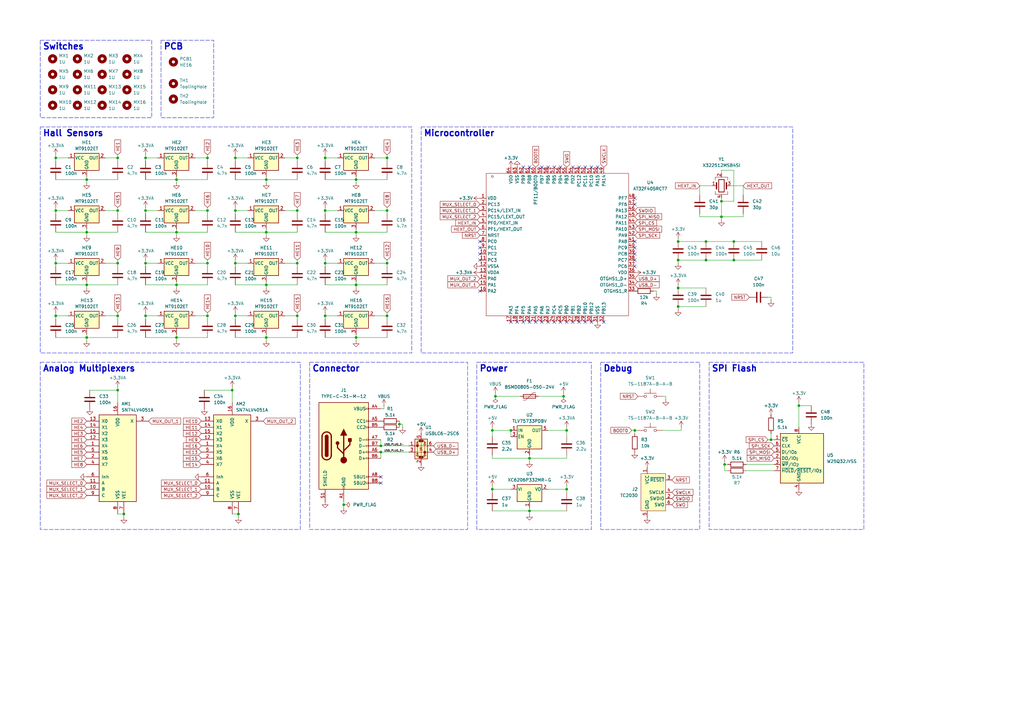
<source format=kicad_sch>
(kicad_sch (version 20250114) (generator "eeschema") (generator_version "9.0")
  (paper "A3")
  (text_box "Switches" (at 16.51 16.51 0) (size 45.72 31.75) (margins 0.9525 0.9525 0.9525 0.9525) (stroke (width 0) (type dash)) (effects (font (size 2.54 2.54) (thickness 0.508) (bold yes)) (justify left top)))
  (text_box "Connector" (at 127 148.59 0) (size 64.77 68.58) (margins 0.9525 0.9525 0.9525 0.9525) (stroke (width 0) (type dash)) (effects (font (size 2.54 2.54) (thickness 0.508) (bold yes)) (justify left top)))
  (text_box "Debug" (at 246.38 148.59 0) (size 40.64 68.58) (margins 0.9525 0.9525 0.9525 0.9525) (stroke (width 0) (type dash)) (effects (font (size 2.54 2.54) (thickness 0.508) (bold yes)) (justify left top)))
  (text_box "Microcontroller" (at 172.72 52.07 0) (size 152.4 92.71) (margins 0.9525 0.9525 0.9525 0.9525) (stroke (width 0) (type dash)) (effects (font (size 2.54 2.54) (thickness 0.508) (bold yes)) (justify left top)))
  (text_box "Analog Multiplexers" (at 16.51 148.59 0) (size 106.68 68.58) (margins 0.9525 0.9525 0.9525 0.9525) (stroke (width 0) (type dash)) (effects (font (size 2.54 2.54) (thickness 0.508) (bold yes)) (justify left top)))
  (text_box "Hall Sensors" (at 16.51 52.07 0) (size 152.4 92.71) (margins 0.9525 0.9525 0.9525 0.9525) (stroke (width 0) (type dash)) (effects (font (size 2.54 2.54) (thickness 0.508) (bold yes)) (justify left top)))
  (text_box "PCB" (at 66.04 16.51 0) (size 21.59 31.75) (margins 0.9525 0.9525 0.9525 0.9525) (stroke (width 0) (type dash)) (effects (font (size 2.54 2.54) (thickness 0.508) (bold yes)) (justify left top)))
  (text_box "SPI Flash" (at 290.83 148.59 0) (size 63.5 68.58) (margins 0.9525 0.9525 0.9525 0.9525) (stroke (width 0) (type dash)) (effects (font (size 2.54 2.54) (thickness 0.508) (bold yes)) (justify left top)))
  (text_box "Power" (at 195.58 148.59 0) (size 46.99 68.58) (margins 0.9525 0.9525 0.9525 0.9525) (stroke (width 0) (type dash)) (effects (font (size 2.54 2.54) (thickness 0.508) (bold yes)) (justify left top)))
  (junction (at 133.35 64.77))
  (junction (at 96.52 107.95))
  (junction (at 22.86 64.77))
  (junction (at 121.92 64.77))
  (junction (at 59.69 64.77))
  (junction (at 48.26 160.02))
  (junction (at 295.91 82.55))
  (junction (at 158.75 86.36))
  (junction (at 316.23 180.34))
  (junction (at 97.79 210.82))
  (junction (at 260.35 176.53))
  (junction (at 133.35 86.36))
  (junction (at 232.41 176.53))
  (junction (at 146.05 138.43))
  (junction (at 297.18 190.5))
  (junction (at 203.2 162.56))
  (junction (at 85.09 64.77))
  (junction (at 35.56 116.84))
  (junction (at 289.56 106.68))
  (junction (at 158.75 129.54))
  (junction (at 72.39 95.25))
  (junction (at 85.09 86.36))
  (junction (at 140.97 207.01))
  (junction (at 278.13 99.06))
  (junction (at 48.26 64.77))
  (junction (at 22.86 107.95))
  (junction (at 48.26 129.54))
  (junction (at 156.21 185.42))
  (junction (at 209.55 176.53))
  (junction (at 278.13 125.73))
  (junction (at 231.14 162.56))
  (junction (at 121.92 107.95))
  (junction (at 158.75 64.77))
  (junction (at 59.69 129.54))
  (junction (at 217.17 187.96))
  (junction (at 163.83 173.99))
  (junction (at 35.56 73.66))
  (junction (at 278.13 118.11))
  (junction (at 85.09 129.54))
  (junction (at 72.39 73.66))
  (junction (at 59.69 107.95))
  (junction (at 121.92 86.36))
  (junction (at 156.21 182.88))
  (junction (at 217.17 209.55))
  (junction (at 327.66 166.37))
  (junction (at 121.92 129.54))
  (junction (at 96.52 86.36))
  (junction (at 232.41 200.66))
  (junction (at 96.52 129.54))
  (junction (at 133.35 129.54))
  (junction (at 22.86 86.36))
  (junction (at 85.09 107.95))
  (junction (at 59.69 86.36))
  (junction (at 35.56 95.25))
  (junction (at 146.05 116.84))
  (junction (at 22.86 129.54))
  (junction (at 109.22 138.43))
  (junction (at 289.56 99.06))
  (junction (at 158.75 107.95))
  (junction (at 48.26 107.95))
  (junction (at 48.26 86.36))
  (junction (at 201.93 200.66))
  (junction (at 201.93 176.53))
  (junction (at 35.56 138.43))
  (junction (at 146.05 73.66))
  (junction (at 50.8 210.82))
  (junction (at 95.25 160.02))
  (junction (at 72.39 116.84))
  (junction (at 109.22 95.25))
  (junction (at 300.99 99.06))
  (junction (at 96.52 64.77))
  (junction (at 109.22 116.84))
  (junction (at 72.39 138.43))
  (junction (at 133.35 107.95))
  (junction (at 146.05 95.25))
  (junction (at 109.22 73.66))
  (junction (at 295.91 88.9))
  (junction (at 278.13 106.68))
  (junction (at 300.99 106.68))
  (no_connect (at 224.79 68.58))
  (no_connect (at 229.87 132.08))
  (no_connect (at 196.85 99.06))
  (no_connect (at 234.95 132.08))
  (no_connect (at 229.87 68.58))
  (no_connect (at 240.03 132.08))
  (no_connect (at 260.35 101.6))
  (no_connect (at 222.25 68.58))
  (no_connect (at 222.25 132.08))
  (no_connect (at 214.63 68.58))
  (no_connect (at 260.35 83.82))
  (no_connect (at 234.95 68.58))
  (no_connect (at 196.85 101.6))
  (no_connect (at 196.85 119.38))
  (no_connect (at 217.17 68.58))
  (no_connect (at 260.35 104.14))
  (no_connect (at 247.65 132.08))
  (no_connect (at 209.55 132.08))
  (no_connect (at 156.21 195.58))
  (no_connect (at 196.85 106.68))
  (no_connect (at 217.17 132.08))
  (no_connect (at 260.35 109.22))
  (no_connect (at 260.35 81.28))
  (no_connect (at 227.33 68.58))
  (no_connect (at 232.41 132.08))
  (no_connect (at 237.49 132.08))
  (no_connect (at 156.21 198.12))
  (no_connect (at 237.49 68.58))
  (no_connect (at 212.09 132.08))
  (no_connect (at 227.33 132.08))
  (no_connect (at 242.57 132.08))
  (no_connect (at 196.85 104.14))
  (no_connect (at 240.03 68.58))
  (no_connect (at 224.79 132.08))
  (no_connect (at 260.35 106.68))
  (no_connect (at 214.63 132.08))
  (no_connect (at 245.11 68.58))
  (no_connect (at 219.71 132.08))
  (no_connect (at 260.35 99.06))
  (no_connect (at 242.57 68.58))
  (wire (pts (xy 48.26 210.82) (xy 50.8 210.82)))
  (wire (pts (xy 22.86 116.84) (xy 35.56 116.84)))
  (wire (pts (xy 146.05 115.57) (xy 146.05 116.84)))
  (wire (pts (xy 314.96 180.34) (xy 316.23 180.34)))
  (wire (pts (xy 59.69 128.27) (xy 59.69 129.54)))
  (wire (pts (xy 59.69 73.66) (xy 72.39 73.66)))
  (wire (pts (xy 156.21 185.42) (xy 167.64 185.42)))
  (wire (pts (xy 138.43 64.77) (xy 133.35 64.77)))
  (wire (pts (xy 158.75 64.77) (xy 153.67 64.77)))
  (wire (pts (xy 306.07 190.5) (xy 317.5 190.5)))
  (wire (pts (xy 300.99 99.06) (xy 312.42 99.06)))
  (wire (pts (xy 85.09 86.36) (xy 80.01 86.36)))
  (wire (pts (xy 48.26 129.54) (xy 43.18 129.54)))
  (wire (pts (xy 72.39 137.16) (xy 72.39 138.43)))
  (wire (pts (xy 133.35 116.84) (xy 146.05 116.84)))
  (wire (pts (xy 158.75 109.22) (xy 158.75 107.95)))
  (wire (pts (xy 35.56 116.84) (xy 35.56 118.11)))
  (wire (pts (xy 133.35 129.54) (xy 133.35 130.81)))
  (wire (pts (xy 289.56 99.06) (xy 300.99 99.06)))
  (wire (pts (xy 121.92 129.54) (xy 116.84 129.54)))
  (wire (pts (xy 201.93 187.96) (xy 217.17 187.96)))
  (wire (pts (xy 85.09 130.81) (xy 85.09 129.54)))
  (wire (pts (xy 278.13 118.11) (xy 289.56 118.11)))
  (wire (pts (xy 146.05 73.66) (xy 158.75 73.66)))
  (wire (pts (xy 163.83 173.99) (xy 163.83 175.26)))
  (wire (pts (xy 278.13 107.95) (xy 278.13 106.68)))
  (wire (pts (xy 36.83 160.02) (xy 48.26 160.02)))
  (wire (pts (xy 35.56 116.84) (xy 48.26 116.84)))
  (wire (pts (xy 85.09 109.22) (xy 85.09 107.95)))
  (wire (pts (xy 146.05 95.25) (xy 158.75 95.25)))
  (wire (pts (xy 287.02 76.2) (xy 287.02 80.01)))
  (wire (pts (xy 133.35 85.09) (xy 133.35 86.36)))
  (wire (pts (xy 109.22 73.66) (xy 121.92 73.66)))
  (wire (pts (xy 297.18 190.5) (xy 297.18 193.04)))
  (wire (pts (xy 96.52 73.66) (xy 109.22 73.66)))
  (wire (pts (xy 232.41 179.07) (xy 232.41 176.53)))
  (wire (pts (xy 35.56 72.39) (xy 35.56 73.66)))
  (wire (pts (xy 96.52 63.5) (xy 96.52 64.77)))
  (wire (pts (xy 327.66 166.37) (xy 327.66 175.26)))
  (wire (pts (xy 146.05 138.43) (xy 158.75 138.43)))
  (wire (pts (xy 22.86 138.43) (xy 35.56 138.43)))
  (wire (pts (xy 156.21 185.42) (xy 156.21 187.96)))
  (wire (pts (xy 85.09 107.95) (xy 80.01 107.95)))
  (wire (pts (xy 201.93 176.53) (xy 201.93 179.07)))
  (wire (pts (xy 109.22 116.84) (xy 121.92 116.84)))
  (wire (pts (xy 121.92 106.68) (xy 121.92 107.95)))
  (wire (pts (xy 35.56 138.43) (xy 35.56 139.7)))
  (wire (pts (xy 203.2 161.29) (xy 203.2 162.56)))
  (wire (pts (xy 278.13 125.73) (xy 278.13 127)))
  (wire (pts (xy 72.39 72.39) (xy 72.39 73.66)))
  (wire (pts (xy 295.91 88.9) (xy 295.91 90.17)))
  (wire (pts (xy 35.56 137.16) (xy 35.56 138.43)))
  (wire (pts (xy 85.09 87.63) (xy 85.09 86.36)))
  (wire (pts (xy 158.75 106.68) (xy 158.75 107.95)))
  (wire (pts (xy 232.41 186.69) (xy 232.41 187.96)))
  (wire (pts (xy 121.92 130.81) (xy 121.92 129.54)))
  (wire (pts (xy 146.05 116.84) (xy 146.05 118.11)))
  (wire (pts (xy 289.56 106.68) (xy 300.99 106.68)))
  (wire (pts (xy 72.39 95.25) (xy 85.09 95.25)))
  (wire (pts (xy 140.97 208.28) (xy 140.97 207.01)))
  (wire (pts (xy 217.17 208.28) (xy 217.17 209.55)))
  (wire (pts (xy 292.1 76.2) (xy 287.02 76.2)))
  (wire (pts (xy 101.6 86.36) (xy 96.52 86.36)))
  (wire (pts (xy 146.05 116.84) (xy 158.75 116.84)))
  (wire (pts (xy 96.52 129.54) (xy 96.52 130.81)))
  (wire (pts (xy 27.94 64.77) (xy 22.86 64.77)))
  (wire (pts (xy 48.26 160.02) (xy 48.26 165.1)))
  (wire (pts (xy 158.75 85.09) (xy 158.75 86.36)))
  (wire (pts (xy 295.91 69.85) (xy 300.99 69.85)))
  (wire (pts (xy 27.94 86.36) (xy 22.86 86.36)))
  (wire (pts (xy 64.77 64.77) (xy 59.69 64.77)))
  (wire (pts (xy 232.41 176.53) (xy 224.79 176.53)))
  (wire (pts (xy 327.66 166.37) (xy 332.74 166.37)))
  (wire (pts (xy 203.2 162.56) (xy 213.36 162.56)))
  (wire (pts (xy 96.52 86.36) (xy 96.52 87.63)))
  (wire (pts (xy 22.86 64.77) (xy 22.86 66.04)))
  (wire (pts (xy 232.41 199.39) (xy 232.41 200.66)))
  (wire (pts (xy 217.17 187.96) (xy 217.17 189.23)))
  (wire (pts (xy 109.22 95.25) (xy 109.22 96.52)))
  (wire (pts (xy 133.35 128.27) (xy 133.35 129.54)))
  (wire (pts (xy 133.35 63.5) (xy 133.35 64.77)))
  (wire (pts (xy 133.35 86.36) (xy 133.35 87.63)))
  (wire (pts (xy 83.82 160.02) (xy 95.25 160.02)))
  (wire (pts (xy 327.66 165.1) (xy 327.66 166.37)))
  (wire (pts (xy 138.43 129.54) (xy 133.35 129.54)))
  (wire (pts (xy 109.22 115.57) (xy 109.22 116.84)))
  (wire (pts (xy 64.77 86.36) (xy 59.69 86.36)))
  (wire (pts (xy 133.35 138.43) (xy 146.05 138.43)))
  (wire (pts (xy 22.86 95.25) (xy 35.56 95.25)))
  (wire (pts (xy 109.22 138.43) (xy 109.22 139.7)))
  (wire (pts (xy 261.62 176.53) (xy 260.35 176.53)))
  (wire (pts (xy 72.39 93.98) (xy 72.39 95.25)))
  (wire (pts (xy 35.56 138.43) (xy 48.26 138.43)))
  (wire (pts (xy 59.69 86.36) (xy 59.69 87.63)))
  (wire (pts (xy 22.86 63.5) (xy 22.86 64.77)))
  (wire (pts (xy 95.25 158.75) (xy 95.25 160.02)))
  (wire (pts (xy 48.26 107.95) (xy 43.18 107.95)))
  (wire (pts (xy 48.26 63.5) (xy 48.26 64.77)))
  (wire (pts (xy 48.26 128.27) (xy 48.26 129.54)))
  (wire (pts (xy 165.1 173.99) (xy 163.83 173.99)))
  (wire (pts (xy 121.92 86.36) (xy 116.84 86.36)))
  (wire (pts (xy 157.48 167.64) (xy 156.21 167.64)))
  (wire (pts (xy 101.6 129.54) (xy 96.52 129.54)))
  (wire (pts (xy 287.02 87.63) (xy 287.02 88.9)))
  (wire (pts (xy 48.26 109.22) (xy 48.26 107.95)))
  (wire (pts (xy 146.05 73.66) (xy 146.05 74.93)))
  (wire (pts (xy 22.86 106.68) (xy 22.86 107.95)))
  (wire (pts (xy 201.93 199.39) (xy 201.93 200.66)))
  (wire (pts (xy 201.93 176.53) (xy 209.55 176.53)))
  (wire (pts (xy 316.23 121.92) (xy 316.23 123.19)))
  (wire (pts (xy 133.35 107.95) (xy 133.35 109.22)))
  (wire (pts (xy 158.75 86.36) (xy 153.67 86.36)))
  (wire (pts (xy 316.23 180.34) (xy 317.5 180.34)))
  (wire (pts (xy 121.92 128.27) (xy 121.92 129.54)))
  (wire (pts (xy 158.75 107.95) (xy 153.67 107.95)))
  (wire (pts (xy 297.18 190.5) (xy 298.45 190.5)))
  (wire (pts (xy 95.25 160.02) (xy 95.25 165.1)))
  (wire (pts (xy 48.26 87.63) (xy 48.26 86.36)))
  (wire (pts (xy 304.8 88.9) (xy 295.91 88.9)))
  (wire (pts (xy 85.09 128.27) (xy 85.09 129.54)))
  (wire (pts (xy 304.8 88.9) (xy 304.8 87.63)))
  (wire (pts (xy 231.14 161.29) (xy 231.14 162.56)))
  (wire (pts (xy 109.22 138.43) (xy 121.92 138.43)))
  (wire (pts (xy 163.83 172.72) (xy 163.83 173.99)))
  (wire (pts (xy 133.35 95.25) (xy 146.05 95.25)))
  (wire (pts (xy 22.86 128.27) (xy 22.86 129.54)))
  (wire (pts (xy 85.09 85.09) (xy 85.09 86.36)))
  (wire (pts (xy 59.69 85.09) (xy 59.69 86.36)))
  (wire (pts (xy 72.39 73.66) (xy 72.39 74.93)))
  (wire (pts (xy 96.52 85.09) (xy 96.52 86.36)))
  (wire (pts (xy 121.92 66.04) (xy 121.92 64.77)))
  (wire (pts (xy 158.75 66.04) (xy 158.75 64.77)))
  (wire (pts (xy 133.35 64.77) (xy 133.35 66.04)))
  (wire (pts (xy 64.77 129.54) (xy 59.69 129.54)))
  (wire (pts (xy 158.75 63.5) (xy 158.75 64.77)))
  (wire (pts (xy 121.92 109.22) (xy 121.92 107.95)))
  (wire (pts (xy 121.92 64.77) (xy 116.84 64.77)))
  (wire (pts (xy 109.22 73.66) (xy 109.22 74.93)))
  (wire (pts (xy 232.41 200.66) (xy 232.41 201.93)))
  (wire (pts (xy 232.41 175.26) (xy 232.41 176.53)))
  (wire (pts (xy 146.05 93.98) (xy 146.05 95.25)))
  (wire (pts (xy 72.39 138.43) (xy 72.39 139.7)))
  (wire (pts (xy 85.09 63.5) (xy 85.09 64.77)))
  (wire (pts (xy 96.52 107.95) (xy 96.52 109.22)))
  (wire (pts (xy 156.21 182.88) (xy 167.64 182.88)))
  (wire (pts (xy 232.41 187.96) (xy 217.17 187.96)))
  (wire (pts (xy 109.22 116.84) (xy 109.22 118.11)))
  (wire (pts (xy 133.35 73.66) (xy 146.05 73.66)))
  (wire (pts (xy 140.97 207.01) (xy 140.97 205.74)))
  (wire (pts (xy 279.4 175.26) (xy 279.4 176.53)))
  (wire (pts (xy 201.93 200.66) (xy 209.55 200.66)))
  (wire (pts (xy 201.93 187.96) (xy 201.93 186.69)))
  (wire (pts (xy 96.52 128.27) (xy 96.52 129.54)))
  (wire (pts (xy 138.43 86.36) (xy 133.35 86.36)))
  (wire (pts (xy 295.91 82.55) (xy 295.91 81.28)))
  (wire (pts (xy 217.17 186.69) (xy 217.17 187.96)))
  (wire (pts (xy 59.69 95.25) (xy 72.39 95.25)))
  (wire (pts (xy 72.39 116.84) (xy 72.39 118.11)))
  (wire (pts (xy 271.78 162.56) (xy 273.05 162.56)))
  (wire (pts (xy 101.6 64.77) (xy 96.52 64.77)))
  (wire (pts (xy 35.56 95.25) (xy 48.26 95.25)))
  (wire (pts (xy 201.93 209.55) (xy 217.17 209.55)))
  (wire (pts (xy 295.91 82.55) (xy 295.91 88.9)))
  (wire (pts (xy 201.93 175.26) (xy 201.93 176.53)))
  (wire (pts (xy 260.35 176.53) (xy 260.35 177.8)))
  (wire (pts (xy 278.13 99.06) (xy 289.56 99.06)))
  (wire (pts (xy 158.75 87.63) (xy 158.75 86.36)))
  (wire (pts (xy 146.05 95.25) (xy 146.05 96.52)))
  (wire (pts (xy 304.8 76.2) (xy 304.8 80.01)))
  (wire (pts (xy 269.24 119.38) (xy 269.24 120.65)))
  (wire (pts (xy 96.52 64.77) (xy 96.52 66.04)))
  (wire (pts (xy 59.69 116.84) (xy 72.39 116.84)))
  (wire (pts (xy 278.13 116.84) (xy 278.13 118.11)))
  (wire (pts (xy 146.05 138.43) (xy 146.05 139.7)))
  (wire (pts (xy 96.52 138.43) (xy 109.22 138.43)))
  (wire (pts (xy 133.35 106.68) (xy 133.35 107.95)))
  (wire (pts (xy 48.26 130.81) (xy 48.26 129.54)))
  (wire (pts (xy 157.48 166.37) (xy 157.48 167.64)))
  (wire (pts (xy 85.09 64.77) (xy 80.01 64.77)))
  (wire (pts (xy 217.17 209.55) (xy 217.17 210.82)))
  (wire (pts (xy 299.72 76.2) (xy 304.8 76.2)))
  (wire (pts (xy 297.18 189.23) (xy 297.18 190.5)))
  (wire (pts (xy 231.14 162.56) (xy 220.98 162.56)))
  (wire (pts (xy 101.6 107.95) (xy 96.52 107.95)))
  (wire (pts (xy 85.09 129.54) (xy 80.01 129.54)))
  (wire (pts (xy 121.92 63.5) (xy 121.92 64.77)))
  (wire (pts (xy 96.52 106.68) (xy 96.52 107.95)))
  (wire (pts (xy 217.17 209.55) (xy 232.41 209.55)))
  (wire (pts (xy 158.75 128.27) (xy 158.75 129.54)))
  (wire (pts (xy 96.52 95.25) (xy 109.22 95.25)))
  (wire (pts (xy 64.77 107.95) (xy 59.69 107.95)))
  (wire (pts (xy 35.56 73.66) (xy 35.56 74.93)))
  (wire (pts (xy 85.09 66.04) (xy 85.09 64.77)))
  (wire (pts (xy 156.21 180.34) (xy 156.21 182.88)))
  (wire (pts (xy 300.99 106.68) (xy 312.42 106.68)))
  (wire (pts (xy 209.55 176.53) (xy 209.55 179.07)))
  (wire (pts (xy 72.39 115.57) (xy 72.39 116.84)))
  (wire (pts (xy 72.39 95.25) (xy 72.39 96.52)))
  (wire (pts (xy 48.26 106.68) (xy 48.26 107.95)))
  (wire (pts (xy 295.91 71.12) (xy 295.91 69.85)))
  (wire (pts (xy 27.94 129.54) (xy 22.86 129.54)))
  (wire (pts (xy 59.69 106.68) (xy 59.69 107.95)))
  (wire (pts (xy 22.86 85.09) (xy 22.86 86.36)))
  (wire (pts (xy 273.05 162.56) (xy 273.05 163.83)))
  (wire (pts (xy 59.69 129.54) (xy 59.69 130.81)))
  (wire (pts (xy 35.56 95.25) (xy 35.56 96.52)))
  (wire (pts (xy 22.86 86.36) (xy 22.86 87.63)))
  (wire (pts (xy 121.92 87.63) (xy 121.92 86.36)))
  (wire (pts (xy 278.13 125.73) (xy 289.56 125.73)))
  (wire (pts (xy 297.18 193.04) (xy 298.45 193.04)))
  (wire (pts (xy 22.86 129.54) (xy 22.86 130.81)))
  (wire (pts (xy 121.92 85.09) (xy 121.92 86.36)))
  (wire (pts (xy 72.39 116.84) (xy 85.09 116.84)))
  (wire (pts (xy 138.43 107.95) (xy 133.35 107.95)))
  (wire (pts (xy 121.92 107.95) (xy 116.84 107.95)))
  (wire (pts (xy 278.13 97.79) (xy 278.13 99.06)))
  (wire (pts (xy 259.08 176.53) (xy 260.35 176.53)))
  (wire (pts (xy 48.26 66.04) (xy 48.26 64.77)))
  (wire (pts (xy 306.07 193.04) (xy 317.5 193.04)))
  (wire (pts (xy 300.99 82.55) (xy 295.91 82.55)))
  (wire (pts (xy 72.39 73.66) (xy 85.09 73.66)))
  (wire (pts (xy 48.26 86.36) (xy 43.18 86.36)))
  (wire (pts (xy 158.75 130.81) (xy 158.75 129.54)))
  (wire (pts (xy 109.22 93.98) (xy 109.22 95.25)))
  (wire (pts (xy 109.22 72.39) (xy 109.22 73.66)))
  (wire (pts (xy 109.22 95.25) (xy 121.92 95.25)))
  (wire (pts (xy 96.52 116.84) (xy 109.22 116.84)))
  (wire (pts (xy 165.1 175.26) (xy 165.1 173.99)))
  (wire (pts (xy 48.26 158.75) (xy 48.26 160.02)))
  (wire (pts (xy 22.86 73.66) (xy 35.56 73.66)))
  (wire (pts (xy 27.94 107.95) (xy 22.86 107.95)))
  (wire (pts (xy 316.23 177.8) (xy 316.23 180.34)))
  (wire (pts (xy 146.05 137.16) (xy 146.05 138.43)))
  (wire (pts (xy 314.96 121.92) (xy 316.23 121.92)))
  (wire (pts (xy 97.79 210.82) (xy 97.79 212.09)))
  (wire (pts (xy 59.69 64.77) (xy 59.69 66.04)))
  (wire (pts (xy 59.69 63.5) (xy 59.69 64.77)))
  (wire (pts (xy 35.56 93.98) (xy 35.56 95.25)))
  (wire (pts (xy 59.69 107.95) (xy 59.69 109.22)))
  (wire (pts (xy 95.25 210.82) (xy 97.79 210.82)))
  (wire (pts (xy 35.56 115.57) (xy 35.56 116.84)))
  (wire (pts (xy 267.97 119.38) (xy 269.24 119.38)))
  (wire (pts (xy 300.99 69.85) (xy 300.99 82.55)))
  (wire (pts (xy 59.69 138.43) (xy 72.39 138.43)))
  (wire (pts (xy 201.93 201.93) (xy 201.93 200.66)))
  (wire (pts (xy 72.39 138.43) (xy 85.09 138.43)))
  (wire (pts (xy 109.22 137.16) (xy 109.22 138.43)))
  (wire (pts (xy 287.02 88.9) (xy 295.91 88.9)))
  (wire (pts (xy 35.56 73.66) (xy 48.26 73.66)))
  (wire (pts (xy 279.4 176.53) (xy 271.78 176.53)))
  (wire (pts (xy 48.26 85.09) (xy 48.26 86.36)))
  (wire (pts (xy 85.09 106.68) (xy 85.09 107.95)))
  (wire (pts (xy 22.86 107.95) (xy 22.86 109.22)))
  (wire (pts (xy 146.05 72.39) (xy 146.05 73.66)))
  (wire (pts (xy 50.8 210.82) (xy 50.8 212.09)))
  (wire (pts (xy 278.13 106.68) (xy 289.56 106.68)))
  (wire (pts (xy 158.75 129.54) (xy 153.67 129.54)))
  (wire (pts (xy 48.26 64.77) (xy 43.18 64.77)))
  (wire (pts (xy 224.79 200.66) (xy 232.41 200.66)))
  (label "USB_PLUG_D+" (at 157.48 185.42 0) (effects (font (size 0.762 0.762))))
  (label "USB_PLUG_D-" (at 157.48 182.88 0) (effects (font (size 0.762 0.762))))
  (global_label "HE8" (shape input) (at 35.56 190.5 180) (property "Intersheetrefs" "${INTERSHEET_REFS}" (effects (hide yes))))
  (global_label "HE6" (shape input) (at 35.56 182.88 180) (property "Intersheetrefs" "${INTERSHEET_REFS}" (effects (hide yes))))
  (global_label "HE13" (shape input) (at 82.55 185.42 180) (property "Intersheetrefs" "${INTERSHEET_REFS}" (effects (hide yes))))
  (global_label "SWO" (shape input) (at 275.59 207.01 0) (property "Intersheetrefs" "${INTERSHEET_REFS}" (effects (hide yes))))
  (global_label "HE5" (shape input) (at 48.26 85.09 90) (effects (font (thickness 0.1588))) (property "Intersheetrefs" "${INTERSHEET_REFS}" (effects (hide yes))))
  (global_label "MUX_SELECT_0" (shape input) (at 82.55 198.12 180) (property "Intersheetrefs" "${INTERSHEET_REFS}" (effects (hide yes))))
  (global_label "NRST" (shape input) (at 307.34 121.92 180) (property "Intersheetrefs" "${INTERSHEET_REFS}" (effects (hide yes))))
  (global_label "BOOT0" (shape input) (at 259.08 176.53 180) (property "Intersheetrefs" "${INTERSHEET_REFS}" (effects (hide yes))))
  (global_label "HE14" (shape input) (at 82.55 190.5 180) (property "Intersheetrefs" "${INTERSHEET_REFS}" (effects (hide yes))))
  (global_label "HE12" (shape input) (at 82.55 177.8 180) (property "Intersheetrefs" "${INTERSHEET_REFS}" (effects (hide yes))))
  (global_label "HE16" (shape input) (at 158.75 128.27 90) (effects (font (thickness 0.1588))) (property "Intersheetrefs" "${INTERSHEET_REFS}" (effects (hide yes))))
  (global_label "SPI_MISO" (shape input) (at 260.35 88.9 0) (property "Intersheetrefs" "${INTERSHEET_REFS}" (effects (hide yes))))
  (global_label "SPI_MOSI" (shape input) (at 317.5 185.42 180) (property "Intersheetrefs" "${INTERSHEET_REFS}" (effects (hide yes))))
  (global_label "MUX_SELECT_1" (shape input) (at 35.56 200.66 180) (property "Intersheetrefs" "${INTERSHEET_REFS}" (effects (hide yes))))
  (global_label "NRST" (shape input) (at 261.62 162.56 180) (property "Intersheetrefs" "${INTERSHEET_REFS}" (effects (hide yes))))
  (global_label "USB_D-" (shape input) (at 177.8 182.88 0) (property "Intersheetrefs" "${INTERSHEET_REFS}" (effects (hide yes))))
  (global_label "HE8" (shape input) (at 158.75 85.09 90) (effects (font (thickness 0.1588))) (property "Intersheetrefs" "${INTERSHEET_REFS}" (effects (hide yes))))
  (global_label "HE12" (shape input) (at 158.75 106.68 90) (effects (font (thickness 0.1588))) (property "Intersheetrefs" "${INTERSHEET_REFS}" (effects (hide yes))))
  (global_label "MUX_SELECT_1" (shape input) (at 196.85 86.36 180) (property "Intersheetrefs" "${INTERSHEET_REFS}" (effects (hide yes))))
  (global_label "MUX_OUT_1" (shape input) (at 60.96 172.72 0) (property "Intersheetrefs" "${INTERSHEET_REFS}" (effects (hide yes))))
  (global_label "HE3" (shape input) (at 35.56 177.8 180) (property "Intersheetrefs" "${INTERSHEET_REFS}" (effects (hide yes))))
  (global_label "HEXT_OUT" (shape input) (at 304.8 76.2 0) (property "Intersheetrefs" "${INTERSHEET_REFS}" (effects (hide yes))))
  (global_label "HEXT_OUT" (shape input) (at 196.85 93.98 180) (property "Intersheetrefs" "${INTERSHEET_REFS}" (effects (hide yes))))
  (global_label "SWDIO" (shape input) (at 260.35 86.36 0) (property "Intersheetrefs" "${INTERSHEET_REFS}" (effects (hide yes))))
  (global_label "HEXT_IN" (shape input) (at 196.85 91.44 180) (property "Intersheetrefs" "${INTERSHEET_REFS}" (effects (hide yes))))
  (global_label "MUX_SELECT_1" (shape input) (at 82.55 200.66 180) (property "Intersheetrefs" "${INTERSHEET_REFS}" (effects (hide yes))))
  (global_label "USB_D-" (shape input) (at 260.35 116.84 0) (property "Intersheetrefs" "${INTERSHEET_REFS}" (effects (hide yes))))
  (global_label "HE2" (shape input) (at 85.09 63.5 90) (effects (font (thickness 0.1588))) (property "Intersheetrefs" "${INTERSHEET_REFS}" (effects (hide yes))))
  (global_label "HE9" (shape input) (at 82.55 180.34 180) (property "Intersheetrefs" "${INTERSHEET_REFS}" (effects (hide yes))))
  (global_label "HE5" (shape input) (at 35.56 185.42 180) (property "Intersheetrefs" "${INTERSHEET_REFS}" (effects (hide yes))))
  (global_label "HE2" (shape input) (at 35.56 172.72 180) (property "Intersheetrefs" "${INTERSHEET_REFS}" (effects (hide yes))))
  (global_label "SPI_MOSI" (shape input) (at 260.35 93.98 0) (property "Intersheetrefs" "${INTERSHEET_REFS}" (effects (hide yes))))
  (global_label "USB_D+" (shape input) (at 260.35 114.3 0) (property "Intersheetrefs" "${INTERSHEET_REFS}" (effects (hide yes))))
  (global_label "SPI_SCK" (shape input) (at 317.5 182.88 180) (property "Intersheetrefs" "${INTERSHEET_REFS}" (effects (hide yes))))
  (global_label "HEXT_IN" (shape input) (at 287.02 76.2 180) (property "Intersheetrefs" "${INTERSHEET_REFS}" (effects (hide yes))))
  (global_label "SPI_SCK" (shape input) (at 260.35 96.52 0) (property "Intersheetrefs" "${INTERSHEET_REFS}" (effects (hide yes))))
  (global_label "SPI_CS" (shape input) (at 314.96 180.34 180) (property "Intersheetrefs" "${INTERSHEET_REFS}" (effects (hide yes))))
  (global_label "MUX_SELECT_2" (shape input) (at 35.56 203.2 180) (property "Intersheetrefs" "${INTERSHEET_REFS}" (effects (hide yes))))
  (global_label "HE13" (shape input) (at 48.26 128.27 90) (effects (font (thickness 0.1588))) (property "Intersheetrefs" "${INTERSHEET_REFS}" (effects (hide yes))))
  (global_label "HE9" (shape input) (at 48.26 106.68 90) (effects (font (thickness 0.1588))) (property "Intersheetrefs" "${INTERSHEET_REFS}" (effects (hide yes))))
  (global_label "NRST" (shape input) (at 275.59 196.85 0) (property "Intersheetrefs" "${INTERSHEET_REFS}" (effects (hide yes))))
  (global_label "HE7" (shape input) (at 35.56 187.96 180) (property "Intersheetrefs" "${INTERSHEET_REFS}" (effects (hide yes))))
  (global_label "NRST" (shape input) (at 196.85 96.52 180) (property "Intersheetrefs" "${INTERSHEET_REFS}" (effects (hide yes))))
  (global_label "HE6" (shape input) (at 85.09 85.09 90) (effects (font (thickness 0.1588))) (property "Intersheetrefs" "${INTERSHEET_REFS}" (effects (hide yes))))
  (global_label "HE16" (shape input) (at 82.55 182.88 180) (property "Intersheetrefs" "${INTERSHEET_REFS}" (effects (hide yes))))
  (global_label "HE1" (shape input) (at 48.26 63.5 90) (effects (font (thickness 0.1588))) (property "Intersheetrefs" "${INTERSHEET_REFS}" (effects (hide yes))))
  (global_label "USB_D+" (shape input) (at 177.8 185.42 0) (property "Intersheetrefs" "${INTERSHEET_REFS}" (effects (hide yes))))
  (global_label "HE14" (shape input) (at 85.09 128.27 90) (effects (font (thickness 0.1588))) (property "Intersheetrefs" "${INTERSHEET_REFS}" (effects (hide yes))))
  (global_label "MUX_OUT_2" (shape input) (at 196.85 114.3 180) (property "Intersheetrefs" "${INTERSHEET_REFS}" (effects (hide yes))))
  (global_label "MUX_OUT_1" (shape input) (at 196.85 116.84 180) (property "Intersheetrefs" "${INTERSHEET_REFS}" (effects (hide yes))))
  (global_label "MUX_SELECT_0" (shape input) (at 35.56 198.12 180) (property "Intersheetrefs" "${INTERSHEET_REFS}" (effects (hide yes))))
  (global_label "HE11" (shape input) (at 121.92 106.68 90) (effects (font (thickness 0.1588))) (property "Intersheetrefs" "${INTERSHEET_REFS}" (effects (hide yes))))
  (global_label "HE15" (shape input) (at 121.92 128.27 90) (effects (font (thickness 0.1588))) (property "Intersheetrefs" "${INTERSHEET_REFS}" (effects (hide yes))))
  (global_label "HE15" (shape input) (at 82.55 187.96 180) (property "Intersheetrefs" "${INTERSHEET_REFS}" (effects (hide yes))))
  (global_label "HE10" (shape input) (at 82.55 172.72 180) (property "Intersheetrefs" "${INTERSHEET_REFS}" (effects (hide yes))))
  (global_label "HE10" (shape input) (at 85.09 106.68 90) (effects (font (thickness 0.1588))) (property "Intersheetrefs" "${INTERSHEET_REFS}" (effects (hide yes))))
  (global_label "HE11" (shape input) (at 82.55 175.26 180) (property "Intersheetrefs" "${INTERSHEET_REFS}" (effects (hide yes))))
  (global_label "HE7" (shape input) (at 121.92 85.09 90) (effects (font (thickness 0.1588))) (property "Intersheetrefs" "${INTERSHEET_REFS}" (effects (hide yes))))
  (global_label "HE3" (shape input) (at 121.92 63.5 90) (effects (font (thickness 0.1588))) (property "Intersheetrefs" "${INTERSHEET_REFS}" (effects (hide yes))))
  (global_label "SWCLK" (shape input) (at 275.59 201.93 0) (property "Intersheetrefs" "${INTERSHEET_REFS}" (effects (hide yes))))
  (global_label "SWCLK" (shape input) (at 247.65 68.58 90) (property "Intersheetrefs" "${INTERSHEET_REFS}" (effects (hide yes))))
  (global_label "HE4" (shape input) (at 35.56 175.26 180) (property "Intersheetrefs" "${INTERSHEET_REFS}" (effects (hide yes))))
  (global_label "SWDIO" (shape input) (at 275.59 204.47 0) (property "Intersheetrefs" "${INTERSHEET_REFS}" (effects (hide yes))))
  (global_label "MUX_OUT_2" (shape input) (at 107.95 172.72 0) (property "Intersheetrefs" "${INTERSHEET_REFS}" (effects (hide yes))))
  (global_label "MUX_SELECT_0" (shape input) (at 196.85 83.82 180) (property "Intersheetrefs" "${INTERSHEET_REFS}" (effects (hide yes))))
  (global_label "BOOT0" (shape input) (at 219.71 68.58 90) (property "Intersheetrefs" "${INTERSHEET_REFS}" (effects (hide yes))))
  (global_label "HE1" (shape input) (at 35.56 180.34 180) (property "Intersheetrefs" "${INTERSHEET_REFS}" (effects (hide yes))))
  (global_label "MUX_SELECT_2" (shape input) (at 196.85 88.9 180) (property "Intersheetrefs" "${INTERSHEET_REFS}" (effects (hide yes))))
  (global_label "SPI_MISO" (shape input) (at 317.5 187.96 180) (property "Intersheetrefs" "${INTERSHEET_REFS}" (effects (hide yes))))
  (global_label "MUX_SELECT_2" (shape input) (at 82.55 203.2 180) (property "Intersheetrefs" "${INTERSHEET_REFS}" (effects (hide yes))))
  (global_label "HE4" (shape input) (at 158.75 63.5 90) (effects (font (thickness 0.1588))) (property "Intersheetrefs" "${INTERSHEET_REFS}" (effects (hide yes))))
  (global_label "SWO" (shape input) (at 232.41 68.58 90) (property "Intersheetrefs" "${INTERSHEET_REFS}" (effects (hide yes))))
  (global_label "SPI_CS" (shape input) (at 260.35 91.44 0) (property "Intersheetrefs" "${INTERSHEET_REFS}" (effects (hide yes))))
  (symbol (lib_id "power:GND") (at 327.66 200.66 0) (unit 1)
    (property "Reference" "#PWR072" (effects (hide yes)))
    (property "Value" "GND" (effects (hide yes)))
    (property "Description" "Power symbol creates a global label with name \"GND\" , ground" (effects (hide yes)))
  )
  (symbol (lib_id "power:GND") (at 109.22 74.93 0) (unit 1)
    (property "Reference" "#PWR06" (effects (hide yes)))
    (property "Value" "GND" (effects (hide yes)))
    (property "Description" "Power symbol creates a global label with name \"GND\" , ground" (effects (hide yes)))
  )
  (symbol (lib_id "power:GND") (at 165.1 175.26 0) (unit 1)
    (property "Reference" "#PWR069" (effects (hide yes)))
    (property "Value" "GND" (effects (hide yes)))
    (property "Description" "Power symbol creates a global label with name \"GND\" , ground" (effects (hide yes)))
  )
  (symbol (lib_id "HE16:MT9102ET") (at 35.56 64.77 0) (unit 1)
    (property "Reference" "HE1" (at 35.56 58.42 0))
    (property "Value" "MT9102ET" (at 35.56 60.96 0))
    (property "Footprint" "Package_TO_SOT_SMD:SOT-23-3" (effects (hide yes)))
  )
  (symbol (lib_id "Mechanical:MountingHole") (at 21.59 24.13 0) (unit 1) (in_bom no)
    (property "Reference" "MX1" (at 24.13 22.8599 0) (effects (justify left)))
    (property "Value" "1U" (at 24.13 25.3999 0) (effects (justify left)))
    (property "Footprint" "HE16:MX-1U" (effects (hide yes)))
    (property "Description" "Mounting Hole without connection" (effects (hide yes)))
  )
  (symbol (lib_id "Device:C") (at 232.41 205.74 0) (unit 1)
    (property "Reference" "C38" (at 236.22 204.4699 0) (effects (justify left)))
    (property "Value" "1u" (at 236.22 207.0099 0) (effects (justify left)))
    (property "Footprint" "Capacitor_SMD:C_0603_1608Metric" (effects (hide yes)))
    (property "Description" "Unpolarized capacitor" (effects (hide yes)))
  )
  (symbol (lib_id "Mechanical:MountingHole") (at 31.75 24.13 0) (unit 1) (in_bom no)
    (property "Reference" "MX2" (at 34.29 22.8599 0) (effects (justify left)))
    (property "Value" "1U" (at 34.29 25.3999 0) (effects (justify left)))
    (property "Footprint" "HE16:MX-1U" (effects (hide yes)))
    (property "Description" "Mounting Hole without connection" (effects (hide yes)))
  )
  (symbol (lib_id "Device:C") (at 22.86 113.03 0) (unit 1)
    (property "Reference" "C17" (at 26.67 111.7599 0) (effects (justify left)))
    (property "Value" "100n" (at 26.67 114.2999 0) (effects (justify left)))
    (property "Footprint" "Capacitor_SMD:C_0402_1005Metric" (effects (hide yes)))
    (property "Description" "Unpolarized capacitor" (effects (hide yes)))
  )
  (symbol (lib_id "power:+3.3VA") (at 22.86 106.68 0) (unit 1)
    (property "Reference" "#PWR017" (effects (hide yes)))
    (property "Value" "+3.3VA" (at 22.86 102.87 0))
    (property "Description" "Power symbol creates a global label with name \"+3.3VA\"" (effects (hide yes)))
  )
  (symbol (lib_id "Device:R") (at 302.26 193.04 270) (unit 1)
    (property "Reference" "R7" (at 302.26 198.12 90))
    (property "Value" "5.1k" (at 302.26 195.58 90))
    (property "Footprint" "Resistor_SMD:R_0402_1005Metric" (effects (hide yes)))
    (property "Description" "Resistor" (effects (hide yes)))
  )
  (symbol (lib_id "power:+3.3VA") (at 96.52 128.27 0) (unit 1)
    (property "Reference" "#PWR029" (effects (hide yes)))
    (property "Value" "+3.3VA" (at 96.52 124.46 0))
    (property "Description" "Power symbol creates a global label with name \"+3.3VA\"" (effects (hide yes)))
  )
  (symbol (lib_id "Device:C") (at 289.56 102.87 0) (unit 1)
    (property "Reference" "C44" (at 293.37 101.5999 0) (effects (justify left)))
    (property "Value" "100n" (at 293.37 104.1399 0) (effects (justify left)))
    (property "Footprint" "Capacitor_SMD:C_0402_1005Metric" (effects (hide yes)))
    (property "Description" "Unpolarized capacitor" (effects (hide yes)))
  )
  (symbol (lib_id "Device:C") (at 312.42 102.87 0) (unit 1)
    (property "Reference" "C46" (at 316.23 101.5999 0) (effects (justify left)))
    (property "Value" "10u" (at 316.23 104.1399 0) (effects (justify left)))
    (property "Footprint" "Capacitor_SMD:C_0603_1608Metric" (effects (hide yes)))
    (property "Description" "Unpolarized capacitor" (effects (hide yes)))
  )
  (symbol (lib_id "power:+3.3VA") (at 279.4 175.26 0) (unit 1)
    (property "Reference" "#PWR053" (effects (hide yes)))
    (property "Value" "+3.3V" (at 279.4 171.45 0))
    (property "Description" "Power symbol creates a global label with name \"+3.3VA\"" (effects (hide yes)))
  )
  (symbol (lib_id "Device:C") (at 85.09 91.44 0) (unit 1)
    (property "Reference" "C12" (at 88.9 90.1699 0) (effects (justify left)))
    (property "Value" "4.7n" (at 88.9 92.7099 0) (effects (justify left)))
    (property "Footprint" "Capacitor_SMD:C_0402_1005Metric" (effects (hide yes)))
    (property "Description" "Unpolarized capacitor" (effects (hide yes)))
  )
  (symbol (lib_id "power:GND") (at 146.05 118.11 0) (unit 1)
    (property "Reference" "#PWR024" (effects (hide yes)))
    (property "Value" "GND" (effects (hide yes)))
    (property "Description" "Power symbol creates a global label with name \"GND\" , ground" (effects (hide yes)))
  )
  (symbol (lib_id "Device:C") (at 201.93 182.88 0) (unit 1)
    (property "Reference" "C35" (at 205.74 181.6099 0) (effects (justify left)))
    (property "Value" "2.2u" (at 205.74 184.1499 0) (effects (justify left)))
    (property "Footprint" "Capacitor_SMD:C_0603_1608Metric" (effects (hide yes)))
    (property "Description" "Unpolarized capacitor" (effects (hide yes)))
  )
  (symbol (lib_id "Device:C") (at 59.69 69.85 0) (unit 1)
    (property "Reference" "C3" (at 63.5 68.5799 0) (effects (justify left)))
    (property "Value" "100n" (at 63.5 71.1199 0) (effects (justify left)))
    (property "Footprint" "Capacitor_SMD:C_0402_1005Metric" (effects (hide yes)))
    (property "Description" "Unpolarized capacitor" (effects (hide yes)))
  )
  (symbol (lib_id "power:GND") (at 97.79 212.09 0) (unit 1)
    (property "Reference" "#PWR037" (effects (hide yes)))
    (property "Value" "GND" (effects (hide yes)))
    (property "Description" "Power symbol creates a global label with name \"GND\" , ground" (effects (hide yes)))
  )
  (symbol (lib_id "HE16:MT9102ET") (at 35.56 129.54 0) (unit 1)
    (property "Reference" "HE13" (at 35.56 123.19 0))
    (property "Value" "MT9102ET" (at 35.56 125.73 0))
    (property "Footprint" "Package_TO_SOT_SMD:SOT-23-3" (effects (hide yes)))
  )
  (symbol (lib_id "power:+3.3VA") (at 96.52 106.68 0) (unit 1)
    (property "Reference" "#PWR021" (effects (hide yes)))
    (property "Value" "+3.3VA" (at 96.52 102.87 0))
    (property "Description" "Power symbol creates a global label with name \"+3.3VA\"" (effects (hide yes)))
  )
  (symbol (lib_id "Device:C") (at 121.92 113.03 0) (unit 1)
    (property "Reference" "C22" (at 125.73 111.7599 0) (effects (justify left)))
    (property "Value" "4.7n" (at 125.73 114.2999 0) (effects (justify left)))
    (property "Footprint" "Capacitor_SMD:C_0402_1005Metric" (effects (hide yes)))
    (property "Description" "Unpolarized capacitor" (effects (hide yes)))
  )
  (symbol (lib_id "Device:Crystal_GND24") (at 295.91 76.2 0) (unit 1)
    (property "Reference" "Y1" (at 295.91 65.278 0))
    (property "Value" "X322512MSB4SI" (at 295.91 67.818 0))
    (property "Footprint" "Crystal:Crystal_SMD_3225-4Pin_3.2x2.5mm" (effects (hide yes)))
    (property "Description" "Four pin crystal, GND on pins 2 and 4" (effects (hide yes)))
  )
  (symbol (lib_id "power:+3.3VA") (at 59.69 85.09 0) (unit 1)
    (property "Reference" "#PWR011" (effects (hide yes)))
    (property "Value" "+3.3VA" (at 59.69 81.28 0))
    (property "Description" "Power symbol creates a global label with name \"+3.3VA\"" (effects (hide yes)))
  )
  (symbol (lib_id "power:+3.3VA") (at 201.93 199.39 0) (unit 1)
    (property "Reference" "#PWR049" (effects (hide yes)))
    (property "Value" "+5V" (at 201.93 195.58 0))
    (property "Description" "Power symbol creates a global label with name \"+3.3VA\"" (effects (hide yes)))
  )
  (symbol (lib_id "power:+3.3VA") (at 201.93 175.26 0) (unit 1)
    (property "Reference" "#PWR046" (effects (hide yes)))
    (property "Value" "+5V" (at 201.93 171.45 0))
    (property "Description" "Power symbol creates a global label with name \"+3.3VA\"" (effects (hide yes)))
  )
  (symbol (lib_id "power:GND") (at 35.56 74.93 0) (unit 1)
    (property "Reference" "#PWR01" (effects (hide yes)))
    (property "Value" "GND" (effects (hide yes)))
    (property "Description" "Power symbol creates a global label with name \"GND\" , ground" (effects (hide yes)))
  )
  (symbol (lib_id "power:+3.3VA") (at 297.18 189.23 0) (unit 1)
    (property "Reference" "#PWR075" (effects (hide yes)))
    (property "Value" "+3.3V" (at 297.18 185.42 0))
    (property "Description" "Power symbol creates a global label with name \"+3.3VA\"" (effects (hide yes)))
  )
  (symbol (lib_id "Mechanical:MountingHole") (at 31.75 30.48 0) (unit 1) (in_bom no)
    (property "Reference" "MX6" (at 34.29 29.2099 0) (effects (justify left)))
    (property "Value" "1U" (at 34.29 31.7499 0) (effects (justify left)))
    (property "Footprint" "HE16:MX-1U" (effects (hide yes)))
    (property "Description" "Mounting Hole without connection" (effects (hide yes)))
  )
  (symbol (lib_id "Device:C") (at 36.83 163.83 0) (unit 1)
    (property "Reference" "C33" (at 40.64 162.5599 0) (effects (justify left)))
    (property "Value" "100n" (at 40.64 165.0999 0) (effects (justify left)))
    (property "Footprint" "Capacitor_SMD:C_0402_1005Metric" (effects (hide yes)))
    (property "Description" "Unpolarized capacitor" (effects (hide yes)))
  )
  (symbol (lib_id "power:GND") (at 212.09 68.58 180) (unit 1)
    (property "Reference" "#PWR056" (effects (hide yes)))
    (property "Value" "GND" (effects (hide yes)))
    (property "Description" "Power symbol creates a global label with name \"GND\" , ground" (effects (hide yes)))
  )
  (symbol (lib_id "HE16:MT9102ET") (at 146.05 107.95 0) (unit 1)
    (property "Reference" "HE12" (at 146.05 101.6 0))
    (property "Value" "MT9102ET" (at 146.05 104.14 0))
    (property "Footprint" "Package_TO_SOT_SMD:SOT-23-3" (effects (hide yes)))
  )
  (symbol (lib_id "power:+3.3VA") (at 133.35 63.5 0) (unit 1)
    (property "Reference" "#PWR07" (effects (hide yes)))
    (property "Value" "+3.3VA" (at 133.35 59.69 0))
    (property "Description" "Power symbol creates a global label with name \"+3.3VA\"" (effects (hide yes)))
  )
  (symbol (lib_id "power:GND") (at 295.91 90.17 0) (unit 1)
    (property "Reference" "#PWR062" (effects (hide yes)))
    (property "Value" "GND" (effects (hide yes)))
    (property "Description" "Power symbol creates a global label with name \"GND\" , ground" (effects (hide yes)))
  )
  (symbol (lib_id "power:GND") (at 273.05 163.83 0) (unit 1)
    (property "Reference" "#PWR051" (effects (hide yes)))
    (property "Value" "GND" (effects (hide yes)))
    (property "Description" "Power symbol creates a global label with name \"GND\" , ground" (effects (hide yes)))
  )
  (symbol (lib_id "Switch:SW_Push") (at 266.7 162.56 0) (unit 1)
    (property "Reference" "SW1" (at 266.7 154.94 0))
    (property "Value" "TS-1187A-B-A-B" (at 266.7 157.48 0))
    (property "Footprint" "Button_Switch_SMD:SW_Push_1P1T_XKB_TS-1187A" (effects (hide yes)))
    (property "Description" "Push button switch, generic, two pins" (effects (hide yes)))
  )
  (symbol (lib_id "Mechanical:MountingHole") (at 41.91 43.18 0) (unit 1) (in_bom no)
    (property "Reference" "MX14" (at 44.45 41.9099 0) (effects (justify left)))
    (property "Value" "1U" (at 44.45 44.4499 0) (effects (justify left)))
    (property "Footprint" "HE16:MX-1U" (effects (hide yes)))
    (property "Description" "Mounting Hole without connection" (effects (hide yes)))
  )
  (symbol (lib_id "Device:C") (at 121.92 134.62 0) (unit 1)
    (property "Reference" "C30" (at 125.73 133.3499 0) (effects (justify left)))
    (property "Value" "4.7n" (at 125.73 135.8899 0) (effects (justify left)))
    (property "Footprint" "Capacitor_SMD:C_0402_1005Metric" (effects (hide yes)))
    (property "Description" "Unpolarized capacitor" (effects (hide yes)))
  )
  (symbol (lib_id "Device:C") (at 22.86 91.44 0) (unit 1)
    (property "Reference" "C9" (at 26.67 90.1699 0) (effects (justify left)))
    (property "Value" "100n" (at 26.67 92.7099 0) (effects (justify left)))
    (property "Footprint" "Capacitor_SMD:C_0402_1005Metric" (effects (hide yes)))
    (property "Description" "Unpolarized capacitor" (effects (hide yes)))
  )
  (symbol (lib_id "HE16:MT9102ET") (at 72.39 64.77 0) (unit 1)
    (property "Reference" "HE2" (at 72.39 58.42 0))
    (property "Value" "MT9102ET" (at 72.39 60.96 0))
    (property "Footprint" "Package_TO_SOT_SMD:SOT-23-3" (effects (hide yes)))
  )
  (symbol (lib_id "Device:C") (at 133.35 69.85 0) (unit 1)
    (property "Reference" "C7" (at 137.16 68.5799 0) (effects (justify left)))
    (property "Value" "100n" (at 137.16 71.1199 0) (effects (justify left)))
    (property "Footprint" "Capacitor_SMD:C_0402_1005Metric" (effects (hide yes)))
    (property "Description" "Unpolarized capacitor" (effects (hide yes)))
  )
  (symbol (lib_id "Device:C") (at 201.93 205.74 0) (unit 1)
    (property "Reference" "C37" (at 205.74 204.4699 0) (effects (justify left)))
    (property "Value" "1u" (at 205.74 207.0099 0) (effects (justify left)))
    (property "Footprint" "Capacitor_SMD:C_0603_1608Metric" (effects (hide yes)))
    (property "Description" "Unpolarized capacitor" (effects (hide yes)))
  )
  (symbol (lib_id "Device:R") (at 302.26 190.5 90) (unit 1)
    (property "Reference" "R6" (at 302.26 185.42 90))
    (property "Value" "5.1k" (at 302.26 187.96 90))
    (property "Footprint" "Resistor_SMD:R_0402_1005Metric" (effects (hide yes)))
    (property "Description" "Resistor" (effects (hide yes)))
  )
  (symbol (lib_id "Device:C") (at 289.56 121.92 0) (unit 1)
    (property "Reference" "C40" (at 293.37 120.6499 0) (effects (justify left)))
    (property "Value" "1u" (at 293.37 123.1899 0) (effects (justify left)))
    (property "Footprint" "Capacitor_SMD:C_0603_1608Metric" (effects (hide yes)))
    (property "Description" "Unpolarized capacitor" (effects (hide yes)))
  )
  (symbol (lib_id "Device:C") (at 133.35 134.62 0) (unit 1)
    (property "Reference" "C31" (at 137.16 133.3499 0) (effects (justify left)))
    (property "Value" "100n" (at 137.16 135.8899 0) (effects (justify left)))
    (property "Footprint" "Capacitor_SMD:C_0402_1005Metric" (effects (hide yes)))
    (property "Description" "Unpolarized capacitor" (effects (hide yes)))
  )
  (symbol (lib_id "power:+3.3VA") (at 95.25 158.75 0) (unit 1)
    (property "Reference" "#PWR036" (effects (hide yes)))
    (property "Value" "+3.3VA" (at 95.25 154.94 0))
    (property "Description" "Power symbol creates a global label with name \"+3.3VA\"" (effects (hide yes)))
  )
  (symbol (lib_id "Device:C") (at 85.09 113.03 0) (unit 1)
    (property "Reference" "C20" (at 88.9 111.7599 0) (effects (justify left)))
    (property "Value" "4.7n" (at 88.9 114.2999 0) (effects (justify left)))
    (property "Footprint" "Capacitor_SMD:C_0402_1005Metric" (effects (hide yes)))
    (property "Description" "Unpolarized capacitor" (effects (hide yes)))
  )
  (symbol (lib_id "power:GND") (at 172.72 190.5 0) (unit 1)
    (property "Reference" "#PWR042" (effects (hide yes)))
    (property "Value" "GND" (effects (hide yes)))
    (property "Description" "Power symbol creates a global label with name \"GND\" , ground" (effects (hide yes)))
  )
  (symbol (lib_id "power:PWR_FLAG") (at 231.14 162.56 180) (unit 1)
    (property "Reference" "#FLG02" (effects (hide yes)))
    (property "Value" "PWR_FLAG" (at 231.14 166.878 0))
    (property "Description" "Special symbol for telling ERC where power comes from" (effects (hide yes)))
  )
  (symbol (lib_id "Device:C") (at 85.09 134.62 0) (unit 1)
    (property "Reference" "C28" (at 88.9 133.3499 0) (effects (justify left)))
    (property "Value" "4.7n" (at 88.9 135.8899 0) (effects (justify left)))
    (property "Footprint" "Capacitor_SMD:C_0402_1005Metric" (effects (hide yes)))
    (property "Description" "Unpolarized capacitor" (effects (hide yes)))
  )
  (symbol (lib_id "power:GND") (at 278.13 127 0) (unit 1)
    (property "Reference" "#PWR061" (effects (hide yes)))
    (property "Value" "GND" (effects (hide yes)))
    (property "Description" "Power symbol creates a global label with name \"GND\" , ground" (effects (hide yes)))
  )
  (symbol (lib_id "Device:C") (at 48.26 69.85 0) (unit 1)
    (property "Reference" "C2" (at 52.07 68.5799 0) (effects (justify left)))
    (property "Value" "4.7n" (at 52.07 71.1199 0) (effects (justify left)))
    (property "Footprint" "Capacitor_SMD:C_0402_1005Metric" (effects (hide yes)))
    (property "Description" "Unpolarized capacitor" (effects (hide yes)))
  )
  (symbol (lib_id "Device:C") (at 121.92 69.85 0) (unit 1)
    (property "Reference" "C6" (at 125.73 68.5799 0) (effects (justify left)))
    (property "Value" "4.7n" (at 125.73 71.1199 0) (effects (justify left)))
    (property "Footprint" "Capacitor_SMD:C_0402_1005Metric" (effects (hide yes)))
    (property "Description" "Unpolarized capacitor" (effects (hide yes)))
  )
  (symbol (lib_id "power:+3.3VA") (at 96.52 63.5 0) (unit 1)
    (property "Reference" "#PWR05" (effects (hide yes)))
    (property "Value" "+3.3VA" (at 96.52 59.69 0))
    (property "Description" "Power symbol creates a global label with name \"+3.3VA\"" (effects (hide yes)))
  )
  (symbol (lib_id "Device:R") (at 316.23 173.99 0) (unit 1)
    (property "Reference" "R5" (at 318.77 172.7199 0) (effects (justify left)))
    (property "Value" "5.1k" (at 318.77 175.2599 0) (effects (justify left)))
    (property "Footprint" "Resistor_SMD:R_0402_1005Metric" (effects (hide yes)))
    (property "Description" "Resistor" (effects (hide yes)))
  )
  (symbol (lib_id "HE16:MT9102ET") (at 35.56 107.95 0) (unit 1)
    (property "Reference" "HE9" (at 35.56 101.6 0))
    (property "Value" "MT9102ET" (at 35.56 104.14 0))
    (property "Footprint" "Package_TO_SOT_SMD:SOT-23-3" (effects (hide yes)))
  )
  (symbol (lib_id "Device:C") (at 278.13 121.92 0) (unit 1)
    (property "Reference" "C39" (at 281.94 120.6499 0) (effects (justify left)))
    (property "Value" "100n" (at 281.94 123.1899 0) (effects (justify left)))
    (property "Footprint" "Capacitor_SMD:C_0402_1005Metric" (effects (hide yes)))
    (property "Description" "Unpolarized capacitor" (effects (hide yes)))
  )
  (symbol (lib_id "power:GND") (at 265.43 212.09 0) (unit 1)
    (property "Reference" "#PWR055" (effects (hide yes)))
    (property "Value" "GND" (effects (hide yes)))
    (property "Description" "Power symbol creates a global label with name \"GND\" , ground" (effects (hide yes)))
  )
  (symbol (lib_id "power:GND") (at 35.56 96.52 0) (unit 1)
    (property "Reference" "#PWR010" (effects (hide yes)))
    (property "Value" "GND" (effects (hide yes)))
    (property "Description" "Power symbol creates a global label with name \"GND\" , ground" (effects (hide yes)))
  )
  (symbol (lib_id "Device:C") (at 158.75 113.03 0) (unit 1)
    (property "Reference" "C24" (at 162.56 111.7599 0) (effects (justify left)))
    (property "Value" "4.7n" (at 162.56 114.2999 0) (effects (justify left)))
    (property "Footprint" "Capacitor_SMD:C_0402_1005Metric" (effects (hide yes)))
    (property "Description" "Unpolarized capacitor" (effects (hide yes)))
  )
  (symbol (lib_id "Device:C") (at 85.09 69.85 0) (unit 1)
    (property "Reference" "C4" (at 88.9 68.5799 0) (effects (justify left)))
    (property "Value" "4.7n" (at 88.9 71.1199 0) (effects (justify left)))
    (property "Footprint" "Capacitor_SMD:C_0402_1005Metric" (effects (hide yes)))
    (property "Description" "Unpolarized capacitor" (effects (hide yes)))
  )
  (symbol (lib_id "Mechanical:MountingHole") (at 41.91 30.48 0) (unit 1) (in_bom no)
    (property "Reference" "MX7" (at 44.45 29.2099 0) (effects (justify left)))
    (property "Value" "1U" (at 44.45 31.7499 0) (effects (justify left)))
    (property "Footprint" "HE16:MX-1U" (effects (hide yes)))
    (property "Description" "Mounting Hole without connection" (effects (hide yes)))
  )
  (symbol (lib_id "HE16:MT9102ET") (at 72.39 129.54 0) (unit 1)
    (property "Reference" "HE14" (at 72.39 123.19 0))
    (property "Value" "MT9102ET" (at 72.39 125.73 0))
    (property "Footprint" "Package_TO_SOT_SMD:SOT-23-3" (effects (hide yes)))
  )
  (symbol (lib_id "power:GND") (at 245.11 132.08 0) (unit 1)
    (property "Reference" "#PWR057" (effects (hide yes)))
    (property "Value" "GND" (effects (hide yes)))
    (property "Description" "Power symbol creates a global label with name \"GND\" , ground" (effects (hide yes)))
  )
  (symbol (lib_id "power:GND") (at 83.82 167.64 0) (unit 1)
    (property "Reference" "#PWR035" (effects (hide yes)))
    (property "Value" "GND" (effects (hide yes)))
    (property "Description" "Power symbol creates a global label with name \"GND\" , ground" (effects (hide yes)))
  )
  (symbol (lib_id "power:+3.3VA") (at 48.26 158.75 0) (unit 1)
    (property "Reference" "#PWR033" (effects (hide yes)))
    (property "Value" "+3.3VA" (at 48.26 154.94 0))
    (property "Description" "Power symbol creates a global label with name \"+3.3VA\"" (effects (hide yes)))
  )
  (symbol (lib_id "Device:C") (at 48.26 134.62 0) (unit 1)
    (property "Reference" "C26" (at 52.07 133.3499 0) (effects (justify left)))
    (property "Value" "4.7n" (at 52.07 135.8899 0) (effects (justify left)))
    (property "Footprint" "Capacitor_SMD:C_0402_1005Metric" (effects (hide yes)))
    (property "Description" "Unpolarized capacitor" (effects (hide yes)))
  )
  (symbol (lib_id "power:+3.3VA") (at 59.69 106.68 0) (unit 1)
    (property "Reference" "#PWR019" (effects (hide yes)))
    (property "Value" "+3.3VA" (at 59.69 102.87 0))
    (property "Description" "Power symbol creates a global label with name \"+3.3VA\"" (effects (hide yes)))
  )
  (symbol (lib_id "power:GND") (at 109.22 96.52 0) (unit 1)
    (property "Reference" "#PWR014" (effects (hide yes)))
    (property "Value" "GND" (effects (hide yes)))
    (property "Description" "Power symbol creates a global label with name \"GND\" , ground" (effects (hide yes)))
  )
  (symbol (lib_id "power:+3.3VA") (at 59.69 63.5 0) (unit 1)
    (property "Reference" "#PWR03" (effects (hide yes)))
    (property "Value" "+3.3VA" (at 59.69 59.69 0))
    (property "Description" "Power symbol creates a global label with name \"+3.3VA\"" (effects (hide yes)))
  )
  (symbol (lib_id "power:GND") (at 316.23 123.19 0) (unit 1)
    (property "Reference" "#PWR070" (effects (hide yes)))
    (property "Value" "GND" (effects (hide yes)))
    (property "Description" "Power symbol creates a global label with name \"GND\" , ground" (effects (hide yes)))
  )
  (symbol (lib_id "Device:R") (at 264.16 119.38 270) (unit 1)
    (property "Reference" "R4" (at 264.16 124.46 90))
    (property "Value" "12k" (at 264.16 121.92 90))
    (property "Footprint" "Resistor_SMD:R_0402_1005Metric" (effects (hide yes)))
    (property "Description" "Resistor" (effects (hide yes)))
  )
  (symbol (lib_id "power:GND") (at 260.35 185.42 0) (unit 1)
    (property "Reference" "#PWR052" (effects (hide yes)))
    (property "Value" "GND" (effects (hide yes)))
    (property "Description" "Power symbol creates a global label with name \"GND\" , ground" (effects (hide yes)))
  )
  (symbol (lib_id "power:+3.3VA") (at 231.14 161.29 0) (unit 1)
    (property "Reference" "#PWR044" (effects (hide yes)))
    (property "Value" "+5V" (at 231.14 157.48 0))
    (property "Description" "Power symbol creates a global label with name \"+3.3VA\"" (effects (hide yes)))
  )
  (symbol (lib_id "Mechanical:MountingHole") (at 71.12 34.29 0) (unit 1) (in_bom no)
    (property "Reference" "TH1" (at 73.66 33.0199 0) (effects (justify left)))
    (property "Value" "ToolingHole" (at 73.66 35.5599 0) (effects (justify left)))
    (property "Footprint" "HE16:ToolingHole" (effects (hide yes)))
    (property "Description" "Mounting Hole without connection" (effects (hide yes)))
  )
  (symbol (lib_id "Device:C") (at 232.41 182.88 0) (unit 1)
    (property "Reference" "C36" (at 236.22 181.6099 0) (effects (justify left)))
    (property "Value" "2.2u" (at 236.22 184.1499 0) (effects (justify left)))
    (property "Footprint" "Capacitor_SMD:C_0603_1608Metric" (effects (hide yes)))
    (property "Description" "Unpolarized capacitor" (effects (hide yes)))
  )
  (symbol (lib_id "Device:C") (at 83.82 163.83 0) (unit 1)
    (property "Reference" "C34" (at 87.63 162.5599 0) (effects (justify left)))
    (property "Value" "100n" (at 87.63 165.0999 0) (effects (justify left)))
    (property "Footprint" "Capacitor_SMD:C_0402_1005Metric" (effects (hide yes)))
    (property "Description" "Unpolarized capacitor" (effects (hide yes)))
  )
  (symbol (lib_id "power:+3.3VA") (at 278.13 97.79 0) (unit 1)
    (property "Reference" "#PWR067" (effects (hide yes)))
    (property "Value" "+3.3V" (at 278.13 93.98 0))
    (property "Description" "Power symbol creates a global label with name \"+3.3VA\"" (effects (hide yes)))
  )
  (symbol (lib_id "power:GND") (at 72.39 139.7 0) (unit 1)
    (property "Reference" "#PWR028" (effects (hide yes)))
    (property "Value" "GND" (effects (hide yes)))
    (property "Description" "Power symbol creates a global label with name \"GND\" , ground" (effects (hide yes)))
  )
  (symbol (lib_id "power:GND") (at 269.24 120.65 0) (unit 1)
    (property "Reference" "#PWR059" (effects (hide yes)))
    (property "Value" "GND" (effects (hide yes)))
    (property "Description" "Power symbol creates a global label with name \"GND\" , ground" (effects (hide yes)))
  )
  (symbol (lib_id "power:GND") (at 50.8 212.09 0) (unit 1)
    (property "Reference" "#PWR0139" (effects (hide yes)))
    (property "Value" "GND" (effects (hide yes)))
    (property "Description" "Power symbol creates a global label with name \"GND\" , ground" (effects (hide yes)))
  )
  (symbol (lib_id "Device:C") (at 22.86 69.85 0) (unit 1)
    (property "Reference" "C1" (at 26.67 68.5799 0) (effects (justify left)))
    (property "Value" "100n" (at 26.67 71.1199 0) (effects (justify left)))
    (property "Footprint" "Capacitor_SMD:C_0402_1005Metric" (effects (hide yes)))
    (property "Description" "Unpolarized capacitor" (effects (hide yes)))
  )
  (symbol (lib_id "Mechanical:MountingHole") (at 52.07 24.13 0) (unit 1) (in_bom no)
    (property "Reference" "MX4" (at 54.61 22.8599 0) (effects (justify left)))
    (property "Value" "1U" (at 54.61 25.3999 0) (effects (justify left)))
    (property "Footprint" "HE16:MX-1U" (effects (hide yes)))
    (property "Description" "Mounting Hole without connection" (effects (hide yes)))
  )
  (symbol (lib_id "power:GND") (at 146.05 139.7 0) (unit 1)
    (property "Reference" "#PWR032" (effects (hide yes)))
    (property "Value" "GND" (effects (hide yes)))
    (property "Description" "Power symbol creates a global label with name \"GND\" , ground" (effects (hide yes)))
  )
  (symbol (lib_id "Device:C") (at 59.69 134.62 0) (unit 1)
    (property "Reference" "C27" (at 63.5 133.3499 0) (effects (justify left)))
    (property "Value" "100n" (at 63.5 135.8899 0) (effects (justify left)))
    (property "Footprint" "Capacitor_SMD:C_0402_1005Metric" (effects (hide yes)))
    (property "Description" "Unpolarized capacitor" (effects (hide yes)))
  )
  (symbol (lib_id "power:+3.3VA") (at 22.86 128.27 0) (unit 1)
    (property "Reference" "#PWR025" (effects (hide yes)))
    (property "Value" "+3.3VA" (at 22.86 124.46 0))
    (property "Description" "Power symbol creates a global label with name \"+3.3VA\"" (effects (hide yes)))
  )
  (symbol (lib_id "HE16:MT9102ET") (at 72.39 86.36 0) (unit 1)
    (property "Reference" "HE6" (at 72.39 80.01 0))
    (property "Value" "MT9102ET" (at 72.39 82.55 0))
    (property "Footprint" "Package_TO_SOT_SMD:SOT-23-3" (effects (hide yes)))
  )
  (symbol (lib_id "Device:R") (at 260.35 181.61 0) (unit 1)
    (property "Reference" "R3" (at 262.89 180.3399 0) (effects (justify left)))
    (property "Value" "10k" (at 262.89 182.8799 0) (effects (justify left)))
    (property "Footprint" "Resistor_SMD:R_0402_1005Metric" (effects (hide yes)))
    (property "Description" "Resistor" (effects (hide yes)))
  )
  (symbol (lib_id "power:+3.3VA") (at 316.23 170.18 0) (unit 1)
    (property "Reference" "#PWR074" (effects (hide yes)))
    (property "Value" "+3.3V" (at 316.23 166.37 0))
    (property "Description" "Power symbol creates a global label with name \"+3.3VA\"" (effects (hide yes)))
  )
  (symbol (lib_id "HE16:MT9102ET") (at 72.39 107.95 0) (unit 1)
    (property "Reference" "HE10" (at 72.39 101.6 0))
    (property "Value" "MT9102ET" (at 72.39 104.14 0))
    (property "Footprint" "Package_TO_SOT_SMD:SOT-23-3" (effects (hide yes)))
  )
  (symbol (lib_id "Mechanical:MountingHole") (at 21.59 30.48 0) (unit 1) (in_bom no)
    (property "Reference" "MX5" (at 24.13 29.2099 0) (effects (justify left)))
    (property "Value" "1U" (at 24.13 31.7499 0) (effects (justify left)))
    (property "Footprint" "HE16:MX-1U" (effects (hide yes)))
    (property "Description" "Mounting Hole without connection" (effects (hide yes)))
  )
  (symbol (lib_id "power:+3.3VA") (at 22.86 63.5 0) (unit 1)
    (property "Reference" "#PWR02" (effects (hide yes)))
    (property "Value" "+3.3VA" (at 22.86 59.69 0))
    (property "Description" "Power symbol creates a global label with name \"+3.3VA\"" (effects (hide yes)))
  )
  (symbol (lib_id "Regulator_Linear:TLV75733PDBV") (at 217.17 179.07 0) (unit 1)
    (property "Reference" "U2" (at 217.17 170.18 0))
    (property "Value" "TLV75733PDBV" (at 217.17 172.72 0))
    (property "Footprint" "Package_TO_SOT_SMD:SOT-23-5" (effects (hide yes)))
    (property "Datasheet" "https://www.ti.com/lit/ds/symlink/tlv757p.pdf" (effects (hide yes)))
    (property "Description" "1A Low IQ Small Size Low Dropout Voltage Regulator, Fixed Output 3.3V, SOT-23-5" (effects (hide yes)))
  )
  (symbol (lib_id "power:GND") (at 35.56 139.7 0) (unit 1)
    (property "Reference" "#PWR026" (effects (hide yes)))
    (property "Value" "GND" (effects (hide yes)))
    (property "Description" "Power symbol creates a global label with name \"GND\" , ground" (effects (hide yes)))
  )
  (symbol (lib_id "power:+3.3VA") (at 133.35 128.27 0) (unit 1)
    (property "Reference" "#PWR031" (effects (hide yes)))
    (property "Value" "+3.3VA" (at 133.35 124.46 0))
    (property "Description" "Power symbol creates a global label with name \"+3.3VA\"" (effects (hide yes)))
  )
  (symbol (lib_id "Device:C") (at 121.92 91.44 0) (unit 1)
    (property "Reference" "C14" (at 125.73 90.1699 0) (effects (justify left)))
    (property "Value" "4.7n" (at 125.73 92.7099 0) (effects (justify left)))
    (property "Footprint" "Capacitor_SMD:C_0402_1005Metric" (effects (hide yes)))
    (property "Description" "Unpolarized capacitor" (effects (hide yes)))
  )
  (symbol (lib_id "power:GND") (at 72.39 96.52 0) (unit 1)
    (property "Reference" "#PWR012" (effects (hide yes)))
    (property "Value" "GND" (effects (hide yes)))
    (property "Description" "Power symbol creates a global label with name \"GND\" , ground" (effects (hide yes)))
  )
  (symbol (lib_id "power:+3.3VA") (at 196.85 111.76 90) (unit 1)
    (property "Reference" "#PWR060" (effects (hide yes)))
    (property "Value" "+3.3VA" (at 190.246 111.76 90))
    (property "Description" "Power symbol creates a global label with name \"+3.3VA\"" (effects (hide yes)))
  )
  (symbol (lib_id "power:GND") (at 196.85 109.22 270) (unit 1)
    (property "Reference" "#PWR058" (effects (hide yes)))
    (property "Value" "GND" (effects (hide yes)))
    (property "Description" "Power symbol creates a global label with name \"GND\" , ground" (effects (hide yes)))
  )
  (symbol (lib_id "power:GND") (at 72.39 118.11 0) (unit 1)
    (property "Reference" "#PWR020" (effects (hide yes)))
    (property "Value" "GND" (effects (hide yes)))
    (property "Description" "Power symbol creates a global label with name \"GND\" , ground" (effects (hide yes)))
  )
  (symbol (lib_id "4xxx:4051") (at 48.26 187.96 0) (unit 1)
    (property "Reference" "AM1" (at 49.784 165.608 0) (effects (justify left)))
    (property "Value" "SN74LV4051A" (at 49.784 168.148 0) (effects (justify left)))
    (property "Footprint" "Package_SO:TSSOP-16_4.4x5mm_P0.65mm" (effects (hide yes)))
    (property "Datasheet" "http://www.intersil.com/content/dam/Intersil/documents/cd40/cd4051bms-52bms-53bms.pdf" (effects (hide yes)))
    (property "Description" "Analog Multiplexer 8 to 1 lins" (effects (hide yes)))
  )
  (symbol (lib_id "power:GND") (at 35.56 118.11 0) (unit 1)
    (property "Reference" "#PWR018" (effects (hide yes)))
    (property "Value" "GND" (effects (hide yes)))
    (property "Description" "Power symbol creates a global label with name \"GND\" , ground" (effects (hide yes)))
  )
  (symbol (lib_id "power:GND") (at 109.22 139.7 0) (unit 1)
    (property "Reference" "#PWR030" (effects (hide yes)))
    (property "Value" "GND" (effects (hide yes)))
    (property "Description" "Power symbol creates a global label with name \"GND\" , ground" (effects (hide yes)))
  )
  (symbol (lib_id "power:GND") (at 278.13 107.95 0) (unit 1)
    (property "Reference" "#PWR068" (effects (hide yes)))
    (property "Value" "GND" (effects (hide yes)))
    (property "Description" "Power symbol creates a global label with name \"GND\" , ground" (effects (hide yes)))
  )
  (symbol (lib_id "Device:C") (at 133.35 113.03 0) (unit 1)
    (property "Reference" "C23" (at 137.16 111.7599 0) (effects (justify left)))
    (property "Value" "100n" (at 137.16 114.2999 0) (effects (justify left)))
    (property "Footprint" "Capacitor_SMD:C_0402_1005Metric" (effects (hide yes)))
    (property "Description" "Unpolarized capacitor" (effects (hide yes)))
  )
  (symbol (lib_id "Device:C") (at 158.75 134.62 0) (unit 1)
    (property "Reference" "C32" (at 162.56 133.3499 0) (effects (justify left)))
    (property "Value" "4.7n" (at 162.56 135.8899 0) (effects (justify left)))
    (property "Footprint" "Capacitor_SMD:C_0402_1005Metric" (effects (hide yes)))
    (property "Description" "Unpolarized capacitor" (effects (hide yes)))
  )
  (symbol (lib_id "power:+3.3VA") (at 59.69 128.27 0) (unit 1)
    (property "Reference" "#PWR027" (effects (hide yes)))
    (property "Value" "+3.3VA" (at 59.69 124.46 0))
    (property "Description" "Power symbol creates a global label with name \"+3.3VA\"" (effects (hide yes)))
  )
  (symbol (lib_id "Switch:SW_Push") (at 266.7 176.53 0) (unit 1)
    (property "Reference" "SW2" (at 266.7 168.91 0))
    (property "Value" "TS-1187A-B-A-B" (at 266.7 171.45 0))
    (property "Footprint" "Button_Switch_SMD:SW_Push_1P1T_XKB_TS-1187A" (effects (hide yes)))
    (property "Description" "Push button switch, generic, two pins" (effects (hide yes)))
  )
  (symbol (lib_id "Mechanical:MountingHole") (at 52.07 36.83 0) (unit 1) (in_bom no)
    (property "Reference" "MX15" (at 54.61 35.5599 0) (effects (justify left)))
    (property "Value" "1U" (at 54.61 38.0999 0) (effects (justify left)))
    (property "Footprint" "HE16:MX-1U" (effects (hide yes)))
    (property "Description" "Mounting Hole without connection" (effects (hide yes)))
  )
  (symbol (lib_id "Device:C") (at 304.8 83.82 0) (unit 1)
    (property "Reference" "C42" (at 308.61 82.5499 0) (effects (justify left)))
    (property "Value" "30p" (at 308.61 85.0899 0) (effects (justify left)))
    (property "Footprint" "Capacitor_SMD:C_0603_1608Metric" (effects (hide yes)))
    (property "Description" "Unpolarized capacitor" (effects (hide yes)))
  )
  (symbol (lib_id "power:+3.3VA") (at 96.52 85.09 0) (unit 1)
    (property "Reference" "#PWR013" (effects (hide yes)))
    (property "Value" "+3.3VA" (at 96.52 81.28 0))
    (property "Description" "Power symbol creates a global label with name \"+3.3VA\"" (effects (hide yes)))
  )
  (symbol (lib_id "power:+3.3VA") (at 232.41 175.26 0) (unit 1)
    (property "Reference" "#PWR047" (effects (hide yes)))
    (property "Value" "+3.3VA" (at 232.41 171.45 0))
    (property "Description" "Power symbol creates a global label with name \"+3.3VA\"" (effects (hide yes)))
  )
  (symbol (lib_id "power:+3.3VA") (at 278.13 116.84 0) (unit 1)
    (property "Reference" "#PWR066" (effects (hide yes)))
    (property "Value" "+3.3VA" (at 278.13 113.03 0))
    (property "Description" "Power symbol creates a global label with name \"+3.3VA\"" (effects (hide yes)))
  )
  (symbol (lib_id "power:+3.3VA") (at 209.55 68.58 0) (unit 1)
    (property "Reference" "#PWR065" (effects (hide yes)))
    (property "Value" "+3.3V" (at 209.55 64.77 0))
    (property "Description" "Power symbol creates a global label with name \"+3.3VA\"" (effects (hide yes)))
  )
  (symbol (lib_id "Device:R") (at 160.02 172.72 90) (unit 1)
    (property "Reference" "R1" (at 160.02 167.64 90))
    (property "Value" "5.1k" (at 160.02 170.18 90))
    (property "Footprint" "Resistor_SMD:R_0402_1005Metric" (effects (hide yes)))
    (property "Description" "Resistor" (effects (hide yes)))
  )
  (symbol (lib_id "HE16:AT32F405RxT7") (at 227.33 101.6 0) (unit 1)
    (property "Reference" "U4" (at 266.7 74.8598 0))
    (property "Value" "AT32F405RCT7" (at 266.7 77.3998 0))
    (property "Footprint" "Package_QFP:LQFP-64_10x10mm_P0.5mm" (effects (hide yes)))
    (property "Manufacturer" "Artery Technology" (effects (hide yes)))
  )
  (symbol (lib_id "4xxx:4051") (at 95.25 187.96 0) (unit 1)
    (property "Reference" "AM2" (at 96.774 165.608 0) (effects (justify left)))
    (property "Value" "SN74LV4051A" (at 96.774 168.148 0) (effects (justify left)))
    (property "Footprint" "Package_SO:TSSOP-16_4.4x5mm_P0.65mm" (effects (hide yes)))
    (property "Datasheet" "http://www.intersil.com/content/dam/Intersil/documents/cd40/cd4051bms-52bms-53bms.pdf" (effects (hide yes)))
    (property "Description" "Analog Multiplexer 8 to 1 lins" (effects (hide yes)))
  )
  (symbol (lib_id "Mechanical:MountingHole") (at 71.12 25.4 0) (unit 1) (in_bom no)
    (property "Reference" "PCB1" (at 73.66 24.1299 0) (effects (justify left)))
    (property "Value" "HE16" (at 73.66 26.6699 0) (effects (justify left)))
    (property "Footprint" "HE16:HE16" (effects (hide yes)))
    (property "Description" "Mounting Hole without connection" (effects (hide yes)))
  )
  (symbol (lib_id "Device:R") (at 160.02 175.26 270) (unit 1)
    (property "Reference" "R2" (at 160.02 180.34 90))
    (property "Value" "5.1k" (at 160.02 177.8 90))
    (property "Footprint" "Resistor_SMD:R_0402_1005Metric" (effects (hide yes)))
    (property "Description" "Resistor" (effects (hide yes)))
  )
  (symbol (lib_id "HE16:MT9102ET") (at 109.22 64.77 0) (unit 1)
    (property "Reference" "HE3" (at 109.22 58.42 0))
    (property "Value" "MT9102ET" (at 109.22 60.96 0))
    (property "Footprint" "Package_TO_SOT_SMD:SOT-23-3" (effects (hide yes)))
  )
  (symbol (lib_id "Device:C") (at 22.86 134.62 0) (unit 1)
    (property "Reference" "C25" (at 26.67 133.3499 0) (effects (justify left)))
    (property "Value" "100n" (at 26.67 135.8899 0) (effects (justify left)))
    (property "Footprint" "Capacitor_SMD:C_0402_1005Metric" (effects (hide yes)))
    (property "Description" "Unpolarized capacitor" (effects (hide yes)))
  )
  (symbol (lib_id "Mechanical:MountingHole") (at 52.07 43.18 0) (unit 1) (in_bom no)
    (property "Reference" "MX16" (at 54.61 41.9099 0) (effects (justify left)))
    (property "Value" "1U" (at 54.61 44.4499 0) (effects (justify left)))
    (property "Footprint" "HE16:MX-1U" (effects (hide yes)))
    (property "Description" "Mounting Hole without connection" (effects (hide yes)))
  )
  (symbol (lib_id "Device:C") (at 158.75 91.44 0) (unit 1)
    (property "Reference" "C16" (at 162.56 90.1699 0) (effects (justify left)))
    (property "Value" "4.7n" (at 162.56 92.7099 0) (effects (justify left)))
    (property "Footprint" "Capacitor_SMD:C_0402_1005Metric" (effects (hide yes)))
    (property "Description" "Unpolarized capacitor" (effects (hide yes)))
  )
  (symbol (lib_id "Device:C") (at 287.02 83.82 0) (unit 1)
    (property "Reference" "C41" (at 290.83 82.5499 0) (effects (justify left)))
    (property "Value" "30p" (at 290.83 85.0899 0) (effects (justify left)))
    (property "Footprint" "Capacitor_SMD:C_0603_1608Metric" (effects (hide yes)))
    (property "Description" "Unpolarized capacitor" (effects (hide yes)))
  )
  (symbol (lib_id "HE16:MT9102ET") (at 109.22 86.36 0) (unit 1)
    (property "Reference" "HE7" (at 109.22 80.01 0))
    (property "Value" "MT9102ET" (at 109.22 82.55 0))
    (property "Footprint" "Package_TO_SOT_SMD:SOT-23-3" (effects (hide yes)))
  )
  (symbol (lib_id "power:GND") (at 217.17 210.82 0) (unit 1)
    (property "Reference" "#PWR048" (effects (hide yes)))
    (property "Value" "GND" (effects (hide yes)))
    (property "Description" "Power symbol creates a global label with name \"GND\" , ground" (effects (hide yes)))
  )
  (symbol (lib_id "power:+3.3VA") (at 157.48 166.37 0) (unit 1)
    (property "Reference" "#PWR038" (effects (hide yes)))
    (property "Value" "VBUS" (at 157.48 162.56 0))
    (property "Description" "Power symbol creates a global label with name \"+3.3VA\"" (effects (hide yes)))
  )
  (symbol (lib_id "power:GND") (at 36.83 167.64 0) (unit 1)
    (property "Reference" "#PWR0138" (effects (hide yes)))
    (property "Value" "GND" (effects (hide yes)))
    (property "Description" "Power symbol creates a global label with name \"GND\" , ground" (effects (hide yes)))
  )
  (symbol (lib_id "Mechanical:MountingHole") (at 71.12 40.64 0) (unit 1) (in_bom no)
    (property "Reference" "TH2" (at 73.66 39.3699 0) (effects (justify left)))
    (property "Value" "ToolingHole" (at 73.66 41.9099 0) (effects (justify left)))
    (property "Footprint" "HE16:ToolingHole" (effects (hide yes)))
    (property "Description" "Mounting Hole without connection" (effects (hide yes)))
  )
  (symbol (lib_id "Device:C") (at 96.52 91.44 0) (unit 1)
    (property "Reference" "C13" (at 100.33 90.1699 0) (effects (justify left)))
    (property "Value" "100n" (at 100.33 92.7099 0) (effects (justify left)))
    (property "Footprint" "Capacitor_SMD:C_0402_1005Metric" (effects (hide yes)))
    (property "Description" "Unpolarized capacitor" (effects (hide yes)))
  )
  (symbol (lib_id "power:GND") (at 109.22 118.11 0) (unit 1)
    (property "Reference" "#PWR022" (effects (hide yes)))
    (property "Value" "GND" (effects (hide yes)))
    (property "Description" "Power symbol creates a global label with name \"GND\" , ground" (effects (hide yes)))
  )
  (symbol (lib_id "Device:C") (at 133.35 91.44 0) (unit 1)
    (property "Reference" "C15" (at 137.16 90.1699 0) (effects (justify left)))
    (property "Value" "100n" (at 137.16 92.7099 0) (effects (justify left)))
    (property "Footprint" "Capacitor_SMD:C_0402_1005Metric" (effects (hide yes)))
    (property "Description" "Unpolarized capacitor" (effects (hide yes)))
  )
  (symbol (lib_id "power:GND") (at 332.74 173.99 0) (unit 1)
    (property "Reference" "#PWR073" (effects (hide yes)))
    (property "Value" "GND" (effects (hide yes)))
    (property "Description" "Power symbol creates a global label with name \"GND\" , ground" (effects (hide yes)))
  )
  (symbol (lib_id "power:GND") (at 217.17 189.23 0) (unit 1)
    (property "Reference" "#PWR045" (effects (hide yes)))
    (property "Value" "GND" (effects (hide yes)))
    (property "Description" "Power symbol creates a global label with name \"GND\" , ground" (effects (hide yes)))
  )
  (symbol (lib_id "HE16:MT9102ET") (at 146.05 64.77 0) (unit 1)
    (property "Reference" "HE4" (at 146.05 58.42 0))
    (property "Value" "MT9102ET" (at 146.05 60.96 0))
    (property "Footprint" "Package_TO_SOT_SMD:SOT-23-3" (effects (hide yes)))
  )
  (symbol (lib_id "Connector:Conn_ARM_SWD_TagConnect_TC2030") (at 267.97 201.93 0) (unit 1) (in_bom no)
    (property "Reference" "J2" (at 261.62 200.6599 0) (effects (justify right)))
    (property "Value" "TC2030" (at 261.62 203.1999 0) (effects (justify right)))
    (property "Footprint" "Connector:Tag-Connect_TC2030-IDC-FP_2x03_P1.27mm_Vertical" (effects (hide yes)))
    (property "Datasheet" "https://www.tag-connect.com/wp-content/uploads/bsk-pdf-manager/TC2030-CTX_1.pdf" (effects (hide yes)))
    (property "Description" "Tag-Connect ARM Cortex SWD JTAG connector, 6 pin" (effects (hide yes)))
  )
  (symbol (lib_id "power:+3.3VA") (at 22.86 85.09 0) (unit 1)
    (property "Reference" "#PWR09" (effects (hide yes)))
    (property "Value" "+3.3VA" (at 22.86 81.28 0))
    (property "Description" "Power symbol creates a global label with name \"+3.3VA\"" (effects (hide yes)))
  )
  (symbol (lib_id "Device:C") (at 48.26 91.44 0) (unit 1)
    (property "Reference" "C10" (at 52.07 90.1699 0) (effects (justify left)))
    (property "Value" "4.7n" (at 52.07 92.7099 0) (effects (justify left)))
    (property "Footprint" "Capacitor_SMD:C_0402_1005Metric" (effects (hide yes)))
    (property "Description" "Unpolarized capacitor" (effects (hide yes)))
  )
  (symbol (lib_id "power:GND") (at 140.97 208.28 0) (unit 1)
    (property "Reference" "#PWR040" (effects (hide yes)))
    (property "Value" "GND" (effects (hide yes)))
    (property "Description" "Power symbol creates a global label with name \"GND\" , ground" (effects (hide yes)))
  )
  (symbol (lib_id "power:+3.3VA") (at 133.35 106.68 0) (unit 1)
    (property "Reference" "#PWR023" (effects (hide yes)))
    (property "Value" "+3.3VA" (at 133.35 102.87 0))
    (property "Description" "Power symbol creates a global label with name \"+3.3VA\"" (effects (hide yes)))
  )
  (symbol (lib_id "Mechanical:MountingHole") (at 21.59 36.83 0) (unit 1) (in_bom no)
    (property "Reference" "MX9" (at 24.13 35.5599 0) (effects (justify left)))
    (property "Value" "1U" (at 24.13 38.0999 0) (effects (justify left)))
    (property "Footprint" "HE16:MX-1U" (effects (hide yes)))
    (property "Description" "Mounting Hole without connection" (effects (hide yes)))
  )
  (symbol (lib_id "Mechanical:MountingHole") (at 31.75 43.18 0) (unit 1) (in_bom no)
    (property "Reference" "MX12" (at 34.29 41.9099 0) (effects (justify left)))
    (property "Value" "1U" (at 34.29 44.4499 0) (effects (justify left)))
    (property "Footprint" "HE16:MX-1U" (effects (hide yes)))
    (property "Description" "Mounting Hole without connection" (effects (hide yes)))
  )
  (symbol (lib_id "power:+3.3VA") (at 172.72 177.8 0) (unit 1)
    (property "Reference" "#PWR041" (effects (hide yes)))
    (property "Value" "+5V" (at 172.72 173.99 0))
    (property "Description" "Power symbol creates a global label with name \"+3.3VA\"" (effects (hide yes)))
  )
  (symbol (lib_id "Device:C") (at 158.75 69.85 0) (unit 1)
    (property "Reference" "C8" (at 162.56 68.5799 0) (effects (justify left)))
    (property "Value" "4.7n" (at 162.56 71.1199 0) (effects (justify left)))
    (property "Footprint" "Capacitor_SMD:C_0402_1005Metric" (effects (hide yes)))
    (property "Description" "Unpolarized capacitor" (effects (hide yes)))
  )
  (symbol (lib_id "power:+3.3VA") (at 327.66 165.1 0) (unit 1)
    (property "Reference" "#PWR071" (effects (hide yes)))
    (property "Value" "+3.3V" (at 327.66 161.29 0))
    (property "Description" "Power symbol creates a global label with name \"+3.3VA\"" (effects (hide yes)))
  )
  (symbol (lib_id "Device:C") (at 96.52 113.03 0) (unit 1)
    (property "Reference" "C21" (at 100.33 111.7599 0) (effects (justify left)))
    (property "Value" "100n" (at 100.33 114.2999 0) (effects (justify left)))
    (property "Footprint" "Capacitor_SMD:C_0402_1005Metric" (effects (hide yes)))
    (property "Description" "Unpolarized capacitor" (effects (hide yes)))
  )
  (symbol (lib_id "Mechanical:MountingHole") (at 41.91 24.13 0) (unit 1) (in_bom no)
    (property "Reference" "MX3" (at 44.45 22.8599 0) (effects (justify left)))
    (property "Value" "1U" (at 44.45 25.3999 0) (effects (justify left)))
    (property "Footprint" "HE16:MX-1U" (effects (hide yes)))
    (property "Description" "Mounting Hole without connection" (effects (hide yes)))
  )
  (symbol (lib_id "power:GND") (at 146.05 96.52 0) (unit 1)
    (property "Reference" "#PWR016" (effects (hide yes)))
    (property "Value" "GND" (effects (hide yes)))
    (property "Description" "Power symbol creates a global label with name \"GND\" , ground" (effects (hide yes)))
  )
  (symbol (lib_id "HE16:MT9102ET") (at 146.05 129.54 0) (unit 1)
    (property "Reference" "HE16" (at 146.05 123.19 0))
    (property "Value" "MT9102ET" (at 146.05 125.73 0))
    (property "Footprint" "Package_TO_SOT_SMD:SOT-23-3" (effects (hide yes)))
  )
  (symbol (lib_id "Device:C") (at 96.52 69.85 0) (unit 1)
    (property "Reference" "C5" (at 100.33 68.5799 0) (effects (justify left)))
    (property "Value" "100n" (at 100.33 71.1199 0) (effects (justify left)))
    (property "Footprint" "Capacitor_SMD:C_0402_1005Metric" (effects (hide yes)))
    (property "Description" "Unpolarized capacitor" (effects (hide yes)))
  )
  (symbol (lib_id "power:+3.3VA") (at 265.43 191.77 0) (unit 1)
    (property "Reference" "#PWR054" (effects (hide yes)))
    (property "Value" "+3.3V" (at 265.43 187.96 0))
    (property "Description" "Power symbol creates a global label with name \"+3.3VA\"" (effects (hide yes)))
  )
  (symbol (lib_id "Memory_Flash:W25Q32JVSS") (at 327.66 187.96 0) (unit 1)
    (property "Reference" "U5" (at 339.09 186.6899 0) (effects (justify left)))
    (property "Value" "W25Q32JVSS" (at 339.09 189.2299 0) (effects (justify left)))
    (property "Footprint" "Package_SO:SOIC-8_5.3x5.3mm_P1.27mm" (effects (hide yes)))
    (property "Datasheet" "http://www.winbond.com/resource-files/w25q32jv%20revg%2003272018%20plus.pdf" (effects (hide yes)))
    (property "Description" "32Mbit / 4MiB Serial Flash Memory, Standard/Dual/Quad SPI, 2.7-3.6V, SOIC-8 (208 mil)" (effects (hide yes)))
  )
  (symbol (lib_id "Device:C") (at 59.69 113.03 0) (unit 1)
    (property "Reference" "C19" (at 63.5 111.7599 0) (effects (justify left)))
    (property "Value" "100n" (at 63.5 114.2999 0) (effects (justify left)))
    (property "Footprint" "Capacitor_SMD:C_0402_1005Metric" (effects (hide yes)))
    (property "Description" "Unpolarized capacitor" (effects (hide yes)))
  )
  (symbol (lib_id "Mechanical:MountingHole") (at 31.75 36.83 0) (unit 1) (in_bom no)
    (property "Reference" "MX11" (at 34.29 35.5599 0) (effects (justify left)))
    (property "Value" "1U" (at 34.29 38.0999 0) (effects (justify left)))
    (property "Footprint" "HE16:MX-1U" (effects (hide yes)))
    (property "Description" "Mounting Hole without connection" (effects (hide yes)))
  )
  (symbol (lib_id "HE16:MT9102ET") (at 35.56 86.36 0) (unit 1)
    (property "Reference" "HE5" (at 35.56 80.01 0))
    (property "Value" "MT9102ET" (at 35.56 82.55 0))
    (property "Footprint" "Package_TO_SOT_SMD:SOT-23-3" (effects (hide yes)))
  )
  (symbol (lib_id "Device:C") (at 96.52 134.62 0) (unit 1)
    (property "Reference" "C29" (at 100.33 133.3499 0) (effects (justify left)))
    (property "Value" "100n" (at 100.33 135.8899 0) (effects (justify left)))
    (property "Footprint" "Capacitor_SMD:C_0402_1005Metric" (effects (hide yes)))
    (property "Description" "Unpolarized capacitor" (effects (hide yes)))
  )
  (symbol (lib_id "power:GND") (at 146.05 74.93 0) (unit 1)
    (property "Reference" "#PWR08" (effects (hide yes)))
    (property "Value" "GND" (effects (hide yes)))
    (property "Description" "Power symbol creates a global label with name \"GND\" , ground" (effects (hide yes)))
  )
  (symbol (lib_id "Mechanical:MountingHole") (at 21.59 43.18 0) (unit 1) (in_bom no)
    (property "Reference" "MX10" (at 24.13 41.9099 0) (effects (justify left)))
    (property "Value" "1U" (at 24.13 44.4499 0) (effects (justify left)))
    (property "Footprint" "HE16:MX-1U" (effects (hide yes)))
    (property "Description" "Mounting Hole without connection" (effects (hide yes)))
  )
  (symbol (lib_id "Device:C") (at 300.99 102.87 0) (unit 1)
    (property "Reference" "C45" (at 304.8 101.5999 0) (effects (justify left)))
    (property "Value" "100n" (at 304.8 104.1399 0) (effects (justify left)))
    (property "Footprint" "Capacitor_SMD:C_0402_1005Metric" (effects (hide yes)))
    (property "Description" "Unpolarized capacitor" (effects (hide yes)))
  )
  (symbol (lib_id "Device:C") (at 278.13 102.87 0) (unit 1)
    (property "Reference" "C43" (at 281.94 101.5999 0) (effects (justify left)))
    (property "Value" "100n" (at 281.94 104.1399 0) (effects (justify left)))
    (property "Footprint" "Capacitor_SMD:C_0402_1005Metric" (effects (hide yes)))
    (property "Description" "Unpolarized capacitor" (effects (hide yes)))
  )
  (symbol (lib_id "Mechanical:MountingHole") (at 52.07 30.48 0) (unit 1) (in_bom no)
    (property "Reference" "MX8" (at 54.61 29.2099 0) (effects (justify left)))
    (property "Value" "1U" (at 54.61 31.7499 0) (effects (justify left)))
    (property "Footprint" "HE16:MX-1U" (effects (hide yes)))
    (property "Description" "Mounting Hole without connection" (effects (hide yes)))
  )
  (symbol (lib_id "Device:C") (at 48.26 113.03 0) (unit 1)
    (property "Reference" "C18" (at 52.07 111.7599 0) (effects (justify left)))
    (property "Value" "4.7n" (at 52.07 114.2999 0) (effects (justify left)))
    (property "Footprint" "Capacitor_SMD:C_0402_1005Metric" (effects (hide yes)))
    (property "Description" "Unpolarized capacitor" (effects (hide yes)))
  )
  (symbol (lib_id "Connector:USB_C_Receptacle_USB2.0_16P") (at 140.97 182.88 0) (unit 1)
    (property "Reference" "J1" (at 140.97 160.02 0))
    (property "Value" "TYPE-C-31-M-12" (at 140.97 162.56 0))
    (property "Footprint" "Connector_USB:USB_C_Receptacle_HRO_TYPE-C-31-M-12" (effects (hide yes)))
    (property "Datasheet" "https://www.usb.org/sites/default/files/documents/usb_type-c.zip" (effects (hide yes)))
    (property "Description" "USB 2.0-only 16P Type-C Receptacle connector" (effects (hide yes)))
  )
  (symbol (lib_id "power:GND") (at 82.55 195.58 270) (unit 1)
    (property "Reference" "#PWR034" (effects (hide yes)))
    (property "Value" "GND" (effects (hide yes)))
    (property "Description" "Power symbol creates a global label with name \"GND\" , ground" (effects (hide yes)))
  )
  (symbol (lib_id "power:+3.3VA") (at 203.2 161.29 0) (unit 1)
    (property "Reference" "#PWR043" (effects (hide yes)))
    (property "Value" "VBUS" (at 203.2 157.48 0))
    (property "Description" "Power symbol creates a global label with name \"+3.3VA\"" (effects (hide yes)))
  )
  (symbol (lib_id "Device:C") (at 59.69 91.44 0) (unit 1)
    (property "Reference" "C11" (at 63.5 90.1699 0) (effects (justify left)))
    (property "Value" "100n" (at 63.5 92.7099 0) (effects (justify left)))
    (property "Footprint" "Capacitor_SMD:C_0402_1005Metric" (effects (hide yes)))
    (property "Description" "Unpolarized capacitor" (effects (hide yes)))
  )
  (symbol (lib_id "Power_Protection:USBLC6-2SC6") (at 172.72 182.88 0) (unit 1)
    (property "Reference" "U1" (at 174.3711 175.26 0) (effects (justify left)))
    (property "Value" "USBLC6-2SC6" (at 174.3711 177.8 0) (effects (justify left)))
    (property "Footprint" "Package_TO_SOT_SMD:SOT-23-6" (effects (hide yes)))
    (property "Datasheet" "https://www.st.com/resource/en/datasheet/usblc6-2.pdf" (effects (hide yes)))
    (property "Description" "Very low capacitance ESD protection diode, 2 data-line, SOT-23-6" (effects (hide yes)))
  )
  (symbol (lib_id "Device:Polyfuse") (at 217.17 162.56 90) (unit 1)
    (property "Reference" "F1" (at 217.17 156.21 90))
    (property "Value" "BSMD0805-050-24V" (at 217.17 158.75 90))
    (property "Footprint" "Fuse:Fuse_0805_2012Metric" (effects (hide yes)))
    (property "Description" "Resettable fuse, polymeric positive temperature coefficient" (effects (hide yes)))
  )
  (symbol (lib_id "power:GND") (at 35.56 195.58 270) (unit 1)
    (property "Reference" "#PWR0140" (effects (hide yes)))
    (property "Value" "GND" (effects (hide yes)))
    (property "Description" "Power symbol creates a global label with name \"GND\" , ground" (effects (hide yes)))
  )
  (symbol (lib_id "Mechanical:MountingHole") (at 41.91 36.83 0) (unit 1) (in_bom no)
    (property "Reference" "MX13" (at 44.45 35.5599 0) (effects (justify left)))
    (property "Value" "1U" (at 44.45 38.0999 0) (effects (justify left)))
    (property "Footprint" "HE16:MX-1U" (effects (hide yes)))
    (property "Description" "Mounting Hole without connection" (effects (hide yes)))
  )
  (symbol (lib_id "power:PWR_FLAG") (at 203.2 162.56 180) (unit 1)
    (property "Reference" "#FLG01" (effects (hide yes)))
    (property "Value" "PWR_FLAG" (at 203.2 166.878 0))
    (property "Description" "Special symbol for telling ERC where power comes from" (effects (hide yes)))
  )
  (symbol (lib_id "power:GND") (at 72.39 74.93 0) (unit 1)
    (property "Reference" "#PWR04" (effects (hide yes)))
    (property "Value" "GND" (effects (hide yes)))
    (property "Description" "Power symbol creates a global label with name \"GND\" , ground" (effects (hide yes)))
  )
  (symbol (lib_id "HE16:MT9102ET") (at 146.05 86.36 0) (unit 1)
    (property "Reference" "HE8" (at 146.05 80.01 0))
    (property "Value" "MT9102ET" (at 146.05 82.55 0))
    (property "Footprint" "Package_TO_SOT_SMD:SOT-23-3" (effects (hide yes)))
  )
  (symbol (lib_id "Regulator_Linear:XC6206PxxxMR") (at 217.17 200.66 0) (unit 1)
    (property "Reference" "U3" (at 217.17 194.31 0))
    (property "Value" "XC6206P332MR-G" (at 217.17 196.85 0))
    (property "Footprint" "Package_TO_SOT_SMD:SOT-23-3" (effects (hide yes)))
    (property "Datasheet" "https://www.torexsemi.com/file/xc6206/XC6206.pdf" (effects (hide yes)))
    (property "Description" "Positive 60-250mA Low Dropout Regulator, Fixed Output, SOT-23" (effects (hide yes)))
  )
  (symbol (lib_id "Device:C") (at 311.15 121.92 90) (unit 1)
    (property "Reference" "C47" (at 311.15 114.3 90))
    (property "Value" "100n" (at 311.15 116.84 90))
    (property "Footprint" "Capacitor_SMD:C_0402_1005Metric" (effects (hide yes)))
    (property "Description" "Unpolarized capacitor" (effects (hide yes)))
  )
  (symbol (lib_id "power:PWR_FLAG") (at 140.97 207.01 270) (unit 1)
    (property "Reference" "#FLG03" (effects (hide yes)))
    (property "Value" "PWR_FLAG" (at 144.78 207.0099 90) (effects (justify left)))
    (property "Description" "Special symbol for telling ERC where power comes from" (effects (hide yes)))
  )
  (symbol (lib_id "power:+3.3VA") (at 260.35 111.76 270) (unit 1)
    (property "Reference" "#PWR064" (effects (hide yes)))
    (property "Value" "+3.3V" (at 266.192 111.76 90))
    (property "Description" "Power symbol creates a global label with name \"+3.3VA\"" (effects (hide yes)))
  )
  (symbol (lib_id "HE16:MT9102ET") (at 109.22 107.95 0) (unit 1)
    (property "Reference" "HE11" (at 109.22 101.6 0))
    (property "Value" "MT9102ET" (at 109.22 104.14 0))
    (property "Footprint" "Package_TO_SOT_SMD:SOT-23-3" (effects (hide yes)))
  )
  (symbol (lib_id "Device:C") (at 332.74 170.18 0) (unit 1)
    (property "Reference" "C48" (at 336.55 168.9099 0) (effects (justify left)))
    (property "Value" "100n" (at 336.55 171.4499 0) (effects (justify left)))
    (property "Footprint" "Capacitor_SMD:C_0402_1005Metric" (effects (hide yes)))
    (property "Description" "Unpolarized capacitor" (effects (hide yes)))
  )
  (symbol (lib_id "HE16:MT9102ET") (at 109.22 129.54 0) (unit 1)
    (property "Reference" "HE15" (at 109.22 123.19 0))
    (property "Value" "MT9102ET" (at 109.22 125.73 0))
    (property "Footprint" "Package_TO_SOT_SMD:SOT-23-3" (effects (hide yes)))
  )
  (symbol (lib_id "power:+3.3VA") (at 133.35 85.09 0) (unit 1)
    (property "Reference" "#PWR015" (effects (hide yes)))
    (property "Value" "+3.3VA" (at 133.35 81.28 0))
    (property "Description" "Power symbol creates a global label with name \"+3.3VA\"" (effects (hide yes)))
  )
  (symbol (lib_id "power:+3.3VA") (at 196.85 81.28 90) (unit 1)
    (property "Reference" "#PWR063" (effects (hide yes)))
    (property "Value" "+3.3V" (at 191.008 81.28 90))
    (property "Description" "Power symbol creates a global label with name \"+3.3VA\"" (effects (hide yes)))
  )
  (symbol (lib_id "power:+3.3VA") (at 232.41 199.39 0) (unit 1)
    (property "Reference" "#PWR050" (effects (hide yes)))
    (property "Value" "+3.3V" (at 232.41 195.58 0))
    (property "Description" "Power symbol creates a global label with name \"+3.3VA\"" (effects (hide yes)))
  )
  (symbol (lib_id "power:GND") (at 133.35 205.74 0) (unit 1)
    (property "Reference" "#PWR039" (effects (hide yes)))
    (property "Value" "GND" (effects (hide yes)))
    (property "Description" "Power symbol creates a global label with name \"GND\" , ground" (effects (hide yes)))
  )
)
</source>
